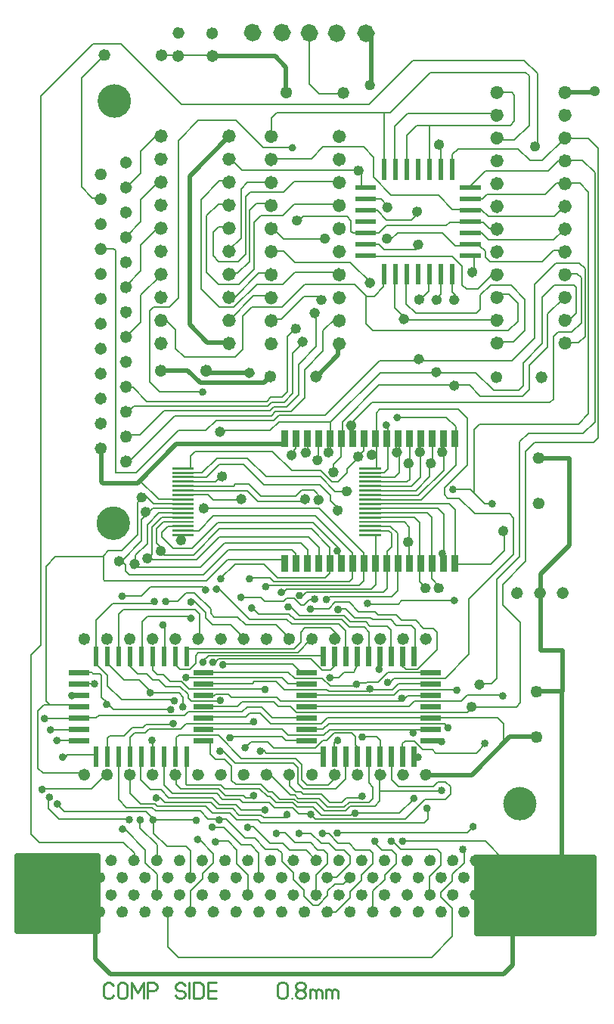
<source format=gbr>
%TF.GenerationSoftware,KiCad,Pcbnew,(6.0.2)*%
%TF.CreationDate,2022-07-19T18:31:23-05:00*%
%TF.ProjectId,PXT6-3,50585436-2d33-42e6-9b69-6361645f7063,rev?*%
%TF.SameCoordinates,Original*%
%TF.FileFunction,Copper,L1,Top*%
%TF.FilePolarity,Positive*%
%FSLAX46Y46*%
G04 Gerber Fmt 4.6, Leading zero omitted, Abs format (unit mm)*
G04 Created by KiCad (PCBNEW (6.0.2)) date 2022-07-19 18:31:23*
%MOMM*%
%LPD*%
G01*
G04 APERTURE LIST*
%TA.AperFunction,NonConductor*%
%ADD10C,0.200000*%
%TD*%
%TA.AperFunction,NonConductor*%
%ADD11C,0.675000*%
%TD*%
%TA.AperFunction,NonConductor*%
%ADD12C,0.695000*%
%TD*%
%TA.AperFunction,NonConductor*%
%ADD13C,0.000000*%
%TD*%
%TA.AperFunction,NonConductor*%
%ADD14C,0.575000*%
%TD*%
%TA.AperFunction,NonConductor*%
%ADD15C,0.635000*%
%TD*%
%TA.AperFunction,NonConductor*%
%ADD16C,0.750000*%
%TD*%
%TA.AperFunction,NonConductor*%
%ADD17C,2.080000*%
%TD*%
%TA.AperFunction,NonConductor*%
%ADD18C,0.435000*%
%TD*%
%TA.AperFunction,NonConductor*%
%ADD19C,0.975000*%
%TD*%
%TA.AperFunction,NonConductor*%
%ADD20C,1.900000*%
%TD*%
%TA.AperFunction,NonConductor*%
%ADD21C,1.885000*%
%TD*%
%TA.AperFunction,ViaPad*%
%ADD22C,0.600010*%
%TD*%
%TA.AperFunction,ViaPad*%
%ADD23C,1.000010*%
%TD*%
%TA.AperFunction,ViaPad*%
%ADD24C,0.910010*%
%TD*%
%TA.AperFunction,ViaPad*%
%ADD25C,0.900010*%
%TD*%
%TA.AperFunction,ViaPad*%
%ADD26C,0.550010*%
%TD*%
%TA.AperFunction,ViaPad*%
%ADD27C,1.350010*%
%TD*%
%TA.AperFunction,ViaPad*%
%ADD28C,0.950010*%
%TD*%
%TA.AperFunction,ViaPad*%
%ADD29C,0.870000*%
%TD*%
%TA.AperFunction,ViaPad*%
%ADD30C,3.160010*%
%TD*%
%TA.AperFunction,ViaPad*%
%ADD31C,3.140010*%
%TD*%
%TA.AperFunction,Conductor*%
%ADD32C,0.200000*%
%TD*%
%TA.AperFunction,Conductor*%
%ADD33C,0.500000*%
%TD*%
%TA.AperFunction,Conductor*%
%ADD34C,0.222000*%
%TD*%
G04 APERTURE END LIST*
D10*
X145481000Y-115215000D02*
X145904000Y-114320000D01*
X144338000Y-115215000D02*
X145481000Y-115215000D01*
X143786000Y-115822000D02*
X144338000Y-115215000D01*
X142829000Y-115822000D02*
X143786000Y-115822000D01*
D11*
X120713450Y-126680700D02*
G75*
G03*
X120713450Y-126680700I-337500J0D01*
G01*
X115613450Y-126680700D02*
G75*
G03*
X115613450Y-126680700I-337500J0D01*
G01*
D12*
X117474750Y-70624100D02*
G75*
G03*
X117474750Y-70624100I-347500J0D01*
G01*
D13*
G36*
X142306050Y-125800100D02*
G01*
X141746050Y-125800100D01*
X141746050Y-123550100D01*
X142306050Y-123550100D01*
X142306050Y-125800100D01*
G37*
D14*
X140368150Y-90631900D02*
G75*
G03*
X140368150Y-90631900I-287500J0D01*
G01*
X139375950Y-64636600D02*
G75*
G03*
X139375950Y-64636600I-287500J0D01*
G01*
D15*
X136459750Y-140134700D02*
G75*
G03*
X136459750Y-140134700I-317500J0D01*
G01*
D16*
X136587550Y-57801900D02*
G75*
G03*
X136587550Y-57801900I-375000J0D01*
G01*
D14*
X154377850Y-91822600D02*
G75*
G03*
X154377850Y-91822600I-287500J0D01*
G01*
D15*
X147900050Y-142039700D02*
G75*
G03*
X147900050Y-142039700I-317500J0D01*
G01*
D17*
X165091950Y-139407900D02*
G75*
G03*
X165091950Y-139407900I-1040000J0D01*
G01*
D11*
X141113450Y-126680700D02*
G75*
G03*
X141113450Y-126680700I-337500J0D01*
G01*
D13*
G36*
X120676350Y-114570100D02*
G01*
X120116350Y-114570100D01*
X120116350Y-112320100D01*
X120676350Y-112320100D01*
X120676350Y-114570100D01*
G37*
D18*
X119779750Y-132780000D02*
G75*
G03*
X119779750Y-132780000I-217500J0D01*
G01*
D19*
X147315050Y-43681600D02*
G75*
G03*
X147315050Y-43681600I-487500J0D01*
G01*
D18*
X126526650Y-119087900D02*
G75*
G03*
X126526650Y-119087900I-217500J0D01*
G01*
X130177850Y-134208800D02*
G75*
G03*
X130177850Y-134208800I-217500J0D01*
G01*
D15*
X121159750Y-140134700D02*
G75*
G03*
X121159750Y-140134700I-317500J0D01*
G01*
D18*
X122875350Y-117500400D02*
G75*
G03*
X122875350Y-117500400I-217500J0D01*
G01*
D12*
X120298450Y-77678500D02*
G75*
G03*
X120298450Y-77678500I-347500J0D01*
G01*
D18*
X128034750Y-131787900D02*
G75*
G03*
X128034750Y-131787900I-217500J0D01*
G01*
D13*
G36*
X144464150Y-103956900D02*
G01*
X143714150Y-103956900D01*
X143714150Y-102096900D01*
X144464150Y-102096900D01*
X144464150Y-103956900D01*
G37*
D18*
X145973450Y-116547900D02*
G75*
G03*
X145973450Y-116547900I-217500J0D01*
G01*
X159030650Y-132502200D02*
G75*
G03*
X159030650Y-132502200I-217500J0D01*
G01*
D13*
G36*
X148274150Y-89986900D02*
G01*
X147524150Y-89986900D01*
X147524150Y-88126900D01*
X148274150Y-88126900D01*
X148274150Y-89986900D01*
G37*
G36*
X142306050Y-114570100D02*
G01*
X141746050Y-114570100D01*
X141746050Y-112320100D01*
X142306050Y-112320100D01*
X142306050Y-114570100D01*
G37*
G36*
X127530950Y-92998800D02*
G01*
X125130950Y-92998800D01*
X125130950Y-92748800D01*
X127530950Y-92748800D01*
X127530950Y-92998800D01*
G37*
G36*
X148480950Y-93498800D02*
G01*
X146080950Y-93498800D01*
X146080950Y-93248800D01*
X148480950Y-93248800D01*
X148480950Y-93498800D01*
G37*
G36*
X150814150Y-103956900D02*
G01*
X150064150Y-103956900D01*
X150064150Y-102096900D01*
X150814150Y-102096900D01*
X150814150Y-103956900D01*
G37*
D11*
X117875650Y-46102600D02*
G75*
G03*
X117875650Y-46102600I-337500J0D01*
G01*
D13*
G36*
X143194150Y-89986900D02*
G01*
X142444150Y-89986900D01*
X142444150Y-88126900D01*
X143194150Y-88126900D01*
X143194150Y-89986900D01*
G37*
D18*
X130773150Y-104760700D02*
G75*
G03*
X130773150Y-104760700I-217500J0D01*
G01*
D14*
X145448150Y-87576000D02*
G75*
G03*
X145448150Y-87576000I-287500J0D01*
G01*
X142511250Y-66660700D02*
G75*
G03*
X142511250Y-66660700I-287500J0D01*
G01*
D13*
G36*
X147962150Y-63777600D02*
G01*
X145662150Y-63777600D01*
X145662150Y-63217600D01*
X147962150Y-63217600D01*
X147962150Y-63777600D01*
G37*
G36*
X127026350Y-125800100D02*
G01*
X126466350Y-125800100D01*
X126466350Y-123550100D01*
X127026350Y-123550100D01*
X127026350Y-125800100D01*
G37*
D14*
X156997250Y-83131000D02*
G75*
G03*
X156997250Y-83131000I-287500J0D01*
G01*
D18*
X151053450Y-118135400D02*
G75*
G03*
X151053450Y-118135400I-217500J0D01*
G01*
D13*
G36*
X148480950Y-95498800D02*
G01*
X146080950Y-95498800D01*
X146080950Y-95248800D01*
X148480950Y-95248800D01*
X148480950Y-95498800D01*
G37*
D11*
X169191650Y-106348200D02*
G75*
G03*
X169191650Y-106348200I-337500J0D01*
G01*
D16*
X136587550Y-68121900D02*
G75*
G03*
X136587550Y-68121900I-375000J0D01*
G01*
D18*
X152402850Y-129327200D02*
G75*
G03*
X152402850Y-129327200I-217500J0D01*
G01*
X143830350Y-133216600D02*
G75*
G03*
X143830350Y-133216600I-217500J0D01*
G01*
D14*
X142114450Y-73526600D02*
G75*
G03*
X142114450Y-73526600I-287500J0D01*
G01*
D12*
X117474750Y-81784100D02*
G75*
G03*
X117474750Y-81784100I-347500J0D01*
G01*
D16*
X131864750Y-70662200D02*
G75*
G03*
X131864750Y-70662200I-375000J0D01*
G01*
D13*
G36*
X153354150Y-103956900D02*
G01*
X152604150Y-103956900D01*
X152604150Y-102096900D01*
X153354150Y-102096900D01*
X153354150Y-103956900D01*
G37*
D16*
X161862550Y-75806600D02*
G75*
G03*
X161862550Y-75806600I-375000J0D01*
G01*
D15*
X158100050Y-138190000D02*
G75*
G03*
X158100050Y-138190000I-317500J0D01*
G01*
D16*
X161862550Y-70706600D02*
G75*
G03*
X161862550Y-70706600I-375000J0D01*
G01*
D13*
G36*
X147962150Y-62507600D02*
G01*
X145662150Y-62507600D01*
X145662150Y-61947600D01*
X147962150Y-61947600D01*
X147962150Y-62507600D01*
G37*
G36*
X115841350Y-120610100D02*
G01*
X113591350Y-120610100D01*
X113591350Y-120050100D01*
X115841350Y-120050100D01*
X115841350Y-120610100D01*
G37*
G36*
X141281050Y-119340100D02*
G01*
X139031050Y-119340100D01*
X139031050Y-118780100D01*
X141281050Y-118780100D01*
X141281050Y-119340100D01*
G37*
D18*
X150537550Y-86702900D02*
G75*
G03*
X150537550Y-86702900I-217500J0D01*
G01*
D13*
G36*
X156752150Y-60067600D02*
G01*
X156192150Y-60067600D01*
X156192150Y-57767600D01*
X156752150Y-57767600D01*
X156752150Y-60067600D01*
G37*
D16*
X161862550Y-52856600D02*
G75*
G03*
X161862550Y-52856600I-375000J0D01*
G01*
D18*
X123073850Y-122818500D02*
G75*
G03*
X123073850Y-122818500I-217500J0D01*
G01*
D14*
X134057850Y-81702200D02*
G75*
G03*
X134057850Y-81702200I-287500J0D01*
G01*
D18*
X128788850Y-114087200D02*
G75*
G03*
X128788850Y-114087200I-217500J0D01*
G01*
X117993850Y-118810000D02*
G75*
G03*
X117993850Y-118810000I-217500J0D01*
G01*
D11*
X146213450Y-126680700D02*
G75*
G03*
X146213450Y-126680700I-337500J0D01*
G01*
D18*
X139583850Y-106626000D02*
G75*
G03*
X139583850Y-106626000I-217500J0D01*
G01*
D16*
X169482550Y-63056600D02*
G75*
G03*
X169482550Y-63056600I-375000J0D01*
G01*
D15*
X118609750Y-136285000D02*
G75*
G03*
X118609750Y-136285000I-317500J0D01*
G01*
X132600050Y-138190000D02*
G75*
G03*
X132600050Y-138190000I-317500J0D01*
G01*
D13*
G36*
X129741350Y-120610100D02*
G01*
X127491350Y-120610100D01*
X127491350Y-120050100D01*
X129741350Y-120050100D01*
X129741350Y-120610100D01*
G37*
D11*
X125813450Y-111480400D02*
G75*
G03*
X125813450Y-111480400I-337500J0D01*
G01*
D15*
X122400050Y-138190000D02*
G75*
G03*
X122400050Y-138190000I-317500J0D01*
G01*
D13*
G36*
X127530950Y-96998800D02*
G01*
X125130950Y-96998800D01*
X125130950Y-96748800D01*
X127530950Y-96748800D01*
X127530950Y-96998800D01*
G37*
G36*
X153354150Y-89986900D02*
G01*
X152604150Y-89986900D01*
X152604150Y-88126900D01*
X153354150Y-88126900D01*
X153354150Y-89986900D01*
G37*
G36*
X116866350Y-114570100D02*
G01*
X116306350Y-114570100D01*
X116306350Y-112320100D01*
X116866350Y-112320100D01*
X116866350Y-114570100D01*
G37*
G36*
X155894150Y-89986900D02*
G01*
X155144150Y-89986900D01*
X155144150Y-88126900D01*
X155894150Y-88126900D01*
X155894150Y-89986900D01*
G37*
G36*
X151196050Y-125800100D02*
G01*
X150636050Y-125800100D01*
X150636050Y-123550100D01*
X151196050Y-123550100D01*
X151196050Y-125800100D01*
G37*
D18*
X138790050Y-56500700D02*
G75*
G03*
X138790050Y-56500700I-217500J0D01*
G01*
D13*
G36*
X147004150Y-103956900D02*
G01*
X146254150Y-103956900D01*
X146254150Y-102096900D01*
X147004150Y-102096900D01*
X147004150Y-103956900D01*
G37*
G36*
X148480950Y-97498800D02*
G01*
X146080950Y-97498800D01*
X146080950Y-97248800D01*
X148480950Y-97248800D01*
X148480950Y-97498800D01*
G37*
D18*
X156212850Y-121429400D02*
G75*
G03*
X156212850Y-121429400I-217500J0D01*
G01*
D16*
X131864750Y-78402200D02*
G75*
G03*
X131864750Y-78402200I-375000J0D01*
G01*
D18*
X131805050Y-122540700D02*
G75*
G03*
X131805050Y-122540700I-217500J0D01*
G01*
D16*
X131864750Y-55182200D02*
G75*
G03*
X131864750Y-55182200I-375000J0D01*
G01*
D15*
X156859750Y-136285000D02*
G75*
G03*
X156859750Y-136285000I-317500J0D01*
G01*
D16*
X131864750Y-60342200D02*
G75*
G03*
X131864750Y-60342200I-375000J0D01*
G01*
D13*
G36*
X148480950Y-96498800D02*
G01*
X146080950Y-96498800D01*
X146080950Y-96248800D01*
X148480950Y-96248800D01*
X148480950Y-96498800D01*
G37*
D14*
X141796950Y-95910400D02*
G75*
G03*
X141796950Y-95910400I-287500J0D01*
G01*
D13*
G36*
X157164150Y-89986900D02*
G01*
X156414150Y-89986900D01*
X156414150Y-88126900D01*
X157164150Y-88126900D01*
X157164150Y-89986900D01*
G37*
G36*
X155482150Y-71767600D02*
G01*
X154922150Y-71767600D01*
X154922150Y-69467600D01*
X155482150Y-69467600D01*
X155482150Y-71767600D01*
G37*
G36*
X159662150Y-63777600D02*
G01*
X157362150Y-63777600D01*
X157362150Y-63217600D01*
X159662150Y-63217600D01*
X159662150Y-63777600D01*
G37*
D14*
X131001950Y-93291000D02*
G75*
G03*
X131001950Y-93291000I-287500J0D01*
G01*
D11*
X136449450Y-82099100D02*
G75*
G03*
X136449450Y-82099100I-337500J0D01*
G01*
D16*
X169482550Y-50306600D02*
G75*
G03*
X169482550Y-50306600I-375000J0D01*
G01*
D14*
X150567850Y-90592200D02*
G75*
G03*
X150567850Y-90592200I-287500J0D01*
G01*
D18*
X135813450Y-105633800D02*
G75*
G03*
X135813450Y-105633800I-217500J0D01*
G01*
D13*
G36*
X129741350Y-118070100D02*
G01*
X127491350Y-118070100D01*
X127491350Y-117510100D01*
X129741350Y-117510100D01*
X129741350Y-118070100D01*
G37*
D15*
X145350050Y-138190000D02*
G75*
G03*
X145350050Y-138190000I-317500J0D01*
G01*
X151759750Y-140134700D02*
G75*
G03*
X151759750Y-140134700I-317500J0D01*
G01*
D18*
X121764150Y-131748200D02*
G75*
G03*
X121764150Y-131748200I-217500J0D01*
G01*
D17*
X113061650Y-139169700D02*
G75*
G03*
X113061650Y-139169700I-1040000J0D01*
G01*
D20*
X119480350Y-98529700D02*
G75*
G03*
X119480350Y-98529700I-950000J0D01*
G01*
D14*
X130763850Y-88290400D02*
G75*
G03*
X130763850Y-88290400I-287500J0D01*
G01*
D16*
X144207550Y-55221900D02*
G75*
G03*
X144207550Y-55221900I-375000J0D01*
G01*
X131864750Y-65502200D02*
G75*
G03*
X131864750Y-65502200I-375000J0D01*
G01*
X144207550Y-65541900D02*
G75*
G03*
X144207550Y-65541900I-375000J0D01*
G01*
X136587550Y-65541900D02*
G75*
G03*
X136587550Y-65541900I-375000J0D01*
G01*
D15*
X130050050Y-138190000D02*
G75*
G03*
X130050050Y-138190000I-317500J0D01*
G01*
D13*
G36*
X148480950Y-92998800D02*
G01*
X146080950Y-92998800D01*
X146080950Y-92748800D01*
X148480950Y-92748800D01*
X148480950Y-92998800D01*
G37*
G36*
X123216350Y-125800100D02*
G01*
X122656350Y-125800100D01*
X122656350Y-123550100D01*
X123216350Y-123550100D01*
X123216350Y-125800100D01*
G37*
D12*
X117474750Y-67834100D02*
G75*
G03*
X117474750Y-67834100I-347500J0D01*
G01*
D19*
X140965050Y-43641900D02*
G75*
G03*
X140965050Y-43641900I-487500J0D01*
G01*
D18*
X111048450Y-120397600D02*
G75*
G03*
X111048450Y-120397600I-217500J0D01*
G01*
X157879750Y-135042200D02*
G75*
G03*
X157879750Y-135042200I-217500J0D01*
G01*
D13*
G36*
X147962150Y-68857600D02*
G01*
X145662150Y-68857600D01*
X145662150Y-68297600D01*
X147962150Y-68297600D01*
X147962150Y-68857600D01*
G37*
D11*
X164071950Y-106348200D02*
G75*
G03*
X164071950Y-106348200I-337500J0D01*
G01*
D13*
G36*
X127530950Y-98498800D02*
G01*
X125130950Y-98498800D01*
X125130950Y-98248800D01*
X127530950Y-98248800D01*
X127530950Y-98498800D01*
G37*
D16*
X169482550Y-75806600D02*
G75*
G03*
X169482550Y-75806600I-375000J0D01*
G01*
X124244750Y-75822200D02*
G75*
G03*
X124244750Y-75822200I-375000J0D01*
G01*
D18*
X143870050Y-122858200D02*
G75*
G03*
X143870050Y-122858200I-217500J0D01*
G01*
D13*
G36*
X152942150Y-60067600D02*
G01*
X152382150Y-60067600D01*
X152382150Y-57767600D01*
X152942150Y-57767600D01*
X152942150Y-60067600D01*
G37*
D16*
X161862550Y-65606600D02*
G75*
G03*
X161862550Y-65606600I-375000J0D01*
G01*
D13*
G36*
X155181050Y-119340100D02*
G01*
X152931050Y-119340100D01*
X152931050Y-118780100D01*
X155181050Y-118780100D01*
X155181050Y-119340100D01*
G37*
D18*
X133987850Y-104760700D02*
G75*
G03*
X133987850Y-104760700I-217500J0D01*
G01*
D15*
X121159750Y-136285000D02*
G75*
G03*
X121159750Y-136285000I-317500J0D01*
G01*
D13*
G36*
X118136350Y-114570100D02*
G01*
X117576350Y-114570100D01*
X117576350Y-112320100D01*
X118136350Y-112320100D01*
X118136350Y-114570100D01*
G37*
G36*
X147386050Y-125800100D02*
G01*
X146826050Y-125800100D01*
X146826050Y-123550100D01*
X147386050Y-123550100D01*
X147386050Y-125800100D01*
G37*
G36*
X154212150Y-71767600D02*
G01*
X153652150Y-71767600D01*
X153652150Y-69467600D01*
X154212150Y-69467600D01*
X154212150Y-71767600D01*
G37*
D16*
X169482550Y-60506600D02*
G75*
G03*
X169482550Y-60506600I-375000J0D01*
G01*
D13*
G36*
X149926050Y-125800100D02*
G01*
X149366050Y-125800100D01*
X149366050Y-123550100D01*
X149926050Y-123550100D01*
X149926050Y-125800100D01*
G37*
G36*
X123216350Y-114570100D02*
G01*
X122656350Y-114570100D01*
X122656350Y-112320100D01*
X123216350Y-112320100D01*
X123216350Y-114570100D01*
G37*
D11*
X141569150Y-82099100D02*
G75*
G03*
X141569150Y-82099100I-337500J0D01*
G01*
D15*
X123709750Y-136285000D02*
G75*
G03*
X123709750Y-136285000I-317500J0D01*
G01*
D13*
G36*
X115841350Y-121880100D02*
G01*
X113591350Y-121880100D01*
X113591350Y-121320100D01*
X115841350Y-121320100D01*
X115841350Y-121880100D01*
G37*
D18*
X124304150Y-109920000D02*
G75*
G03*
X124304150Y-109920000I-217500J0D01*
G01*
D13*
G36*
X155181050Y-120610100D02*
G01*
X152931050Y-120610100D01*
X152931050Y-120050100D01*
X155181050Y-120050100D01*
X155181050Y-120610100D01*
G37*
D18*
X130614450Y-131748200D02*
G75*
G03*
X130614450Y-131748200I-217500J0D01*
G01*
D11*
X130913450Y-111480400D02*
G75*
G03*
X130913450Y-111480400I-337500J0D01*
G01*
D16*
X124244750Y-68082200D02*
G75*
G03*
X124244750Y-68082200I-375000J0D01*
G01*
D14*
X159815050Y-116587600D02*
G75*
G03*
X159815050Y-116587600I-287500J0D01*
G01*
D13*
G36*
X150814150Y-89986900D02*
G01*
X150064150Y-89986900D01*
X150064150Y-88126900D01*
X150814150Y-88126900D01*
X150814150Y-89986900D01*
G37*
G36*
X147962150Y-61237600D02*
G01*
X145662150Y-61237600D01*
X145662150Y-60677600D01*
X147962150Y-60677600D01*
X147962150Y-61237600D01*
G37*
D18*
X129820650Y-132541900D02*
G75*
G03*
X129820650Y-132541900I-217500J0D01*
G01*
X126883850Y-115793800D02*
G75*
G03*
X126883850Y-115793800I-217500J0D01*
G01*
D14*
X149496250Y-63168200D02*
G75*
G03*
X149496250Y-63168200I-287500J0D01*
G01*
D13*
G36*
X127530950Y-94498800D02*
G01*
X125130950Y-94498800D01*
X125130950Y-94248800D01*
X127530950Y-94248800D01*
X127530950Y-94498800D01*
G37*
D18*
X119740050Y-106705400D02*
G75*
G03*
X119740050Y-106705400I-217500J0D01*
G01*
D16*
X169482550Y-52856600D02*
G75*
G03*
X169482550Y-52856600I-375000J0D01*
G01*
D14*
X121199150Y-103093800D02*
G75*
G03*
X121199150Y-103093800I-287500J0D01*
G01*
D11*
X124265350Y-46142200D02*
G75*
G03*
X124265350Y-46142200I-337500J0D01*
G01*
D15*
X131359750Y-140134700D02*
G75*
G03*
X131359750Y-140134700I-317500J0D01*
G01*
D11*
X128363450Y-111480400D02*
G75*
G03*
X128363450Y-111480400I-337500J0D01*
G01*
X161770050Y-82178500D02*
G75*
G03*
X161770050Y-82178500I-337500J0D01*
G01*
D13*
G36*
X127530950Y-97998800D02*
G01*
X125130950Y-97998800D01*
X125130950Y-97748800D01*
X127530950Y-97748800D01*
X127530950Y-97998800D01*
G37*
D11*
X126130650Y-46221600D02*
G75*
G03*
X126130650Y-46221600I-337500J0D01*
G01*
D18*
X157205050Y-117222600D02*
G75*
G03*
X157205050Y-117222600I-217500J0D01*
G01*
X134464150Y-120754700D02*
G75*
G03*
X134464150Y-120754700I-217500J0D01*
G01*
D11*
X118163450Y-111480400D02*
G75*
G03*
X118163450Y-111480400I-337500J0D01*
G01*
D18*
X110770650Y-128335000D02*
G75*
G03*
X110770650Y-128335000I-217500J0D01*
G01*
D14*
X142908150Y-90592200D02*
G75*
G03*
X142908150Y-90592200I-287500J0D01*
G01*
D15*
X153000050Y-142039700D02*
G75*
G03*
X153000050Y-142039700I-317500J0D01*
G01*
D18*
X140853850Y-131113200D02*
G75*
G03*
X140853850Y-131113200I-217500J0D01*
G01*
D16*
X124244750Y-73242200D02*
G75*
G03*
X124244750Y-73242200I-375000J0D01*
G01*
D18*
X138194750Y-131152900D02*
G75*
G03*
X138194750Y-131152900I-217500J0D01*
G01*
D11*
X129980350Y-46221600D02*
G75*
G03*
X129980350Y-46221600I-337500J0D01*
G01*
D16*
X136587550Y-60381900D02*
G75*
G03*
X136587550Y-60381900I-375000J0D01*
G01*
D18*
X124621650Y-107300700D02*
G75*
G03*
X124621650Y-107300700I-217500J0D01*
G01*
D14*
X147750050Y-90870000D02*
G75*
G03*
X147750050Y-90870000I-287500J0D01*
G01*
D12*
X120298450Y-91628500D02*
G75*
G03*
X120298450Y-91628500I-347500J0D01*
G01*
D15*
X119850050Y-142039700D02*
G75*
G03*
X119850050Y-142039700I-317500J0D01*
G01*
X127500050Y-138190000D02*
G75*
G03*
X127500050Y-138190000I-317500J0D01*
G01*
D14*
X155290650Y-56143500D02*
G75*
G03*
X155290650Y-56143500I-287500J0D01*
G01*
D18*
X129066650Y-105991000D02*
G75*
G03*
X129066650Y-105991000I-217500J0D01*
G01*
X140814150Y-108134100D02*
G75*
G03*
X140814150Y-108134100I-217500J0D01*
G01*
X155498450Y-122977200D02*
G75*
G03*
X155498450Y-122977200I-217500J0D01*
G01*
D13*
G36*
X120676350Y-125800100D02*
G01*
X120116350Y-125800100D01*
X120116350Y-123550100D01*
X120676350Y-123550100D01*
X120676350Y-125800100D01*
G37*
G36*
X115841350Y-123150100D02*
G01*
X113591350Y-123150100D01*
X113591350Y-122590100D01*
X115841350Y-122590100D01*
X115841350Y-123150100D01*
G37*
D16*
X161862550Y-55406600D02*
G75*
G03*
X161862550Y-55406600I-375000J0D01*
G01*
D13*
G36*
X148480950Y-98998800D02*
G01*
X146080950Y-98998800D01*
X146080950Y-98748800D01*
X148480950Y-98748800D01*
X148480950Y-98998800D01*
G37*
D15*
X127500050Y-142039700D02*
G75*
G03*
X127500050Y-142039700I-317500J0D01*
G01*
D18*
X133035350Y-106824400D02*
G75*
G03*
X133035350Y-106824400I-217500J0D01*
G01*
D13*
G36*
X127530950Y-98998800D02*
G01*
X125130950Y-98998800D01*
X125130950Y-98748800D01*
X127530950Y-98748800D01*
X127530950Y-98998800D01*
G37*
D11*
X125813450Y-126680700D02*
G75*
G03*
X125813450Y-126680700I-337500J0D01*
G01*
D13*
G36*
X145734150Y-103956900D02*
G01*
X144984150Y-103956900D01*
X144984150Y-102096900D01*
X145734150Y-102096900D01*
X145734150Y-103956900D01*
G37*
D15*
X158100050Y-142039700D02*
G75*
G03*
X158100050Y-142039700I-317500J0D01*
G01*
D12*
X117474750Y-84574100D02*
G75*
G03*
X117474750Y-84574100I-347500J0D01*
G01*
D13*
G36*
X127026350Y-114570100D02*
G01*
X126466350Y-114570100D01*
X126466350Y-112320100D01*
X127026350Y-112320100D01*
X127026350Y-114570100D01*
G37*
D18*
X134225950Y-108015000D02*
G75*
G03*
X134225950Y-108015000I-217500J0D01*
G01*
D15*
X139009750Y-140134700D02*
G75*
G03*
X139009750Y-140134700I-317500J0D01*
G01*
D11*
X138563450Y-126680700D02*
G75*
G03*
X138563450Y-126680700I-337500J0D01*
G01*
D15*
X124950050Y-142039700D02*
G75*
G03*
X124950050Y-142039700I-317500J0D01*
G01*
D11*
X120713450Y-111480400D02*
G75*
G03*
X120713450Y-111480400I-337500J0D01*
G01*
D16*
X161862550Y-73256600D02*
G75*
G03*
X161862550Y-73256600I-375000J0D01*
G01*
D15*
X117300050Y-138190000D02*
G75*
G03*
X117300050Y-138190000I-317500J0D01*
G01*
D16*
X124244750Y-60342200D02*
G75*
G03*
X124244750Y-60342200I-375000J0D01*
G01*
D13*
G36*
X140654150Y-103956900D02*
G01*
X139904150Y-103956900D01*
X139904150Y-102096900D01*
X140654150Y-102096900D01*
X140654150Y-103956900D01*
G37*
D18*
X149307250Y-87536300D02*
G75*
G03*
X149307250Y-87536300I-217500J0D01*
G01*
D14*
X143463850Y-92814700D02*
G75*
G03*
X143463850Y-92814700I-287500J0D01*
G01*
D16*
X124244750Y-55182200D02*
G75*
G03*
X124244750Y-55182200I-375000J0D01*
G01*
D13*
G36*
X115841350Y-116800100D02*
G01*
X113591350Y-116800100D01*
X113591350Y-116240100D01*
X115841350Y-116240100D01*
X115841350Y-116800100D01*
G37*
D11*
X166254750Y-122461300D02*
G75*
G03*
X166254750Y-122461300I-337500J0D01*
G01*
D13*
G36*
X148480950Y-94498800D02*
G01*
X146080950Y-94498800D01*
X146080950Y-94248800D01*
X148480950Y-94248800D01*
X148480950Y-94498800D01*
G37*
G36*
X125756350Y-114570100D02*
G01*
X125196350Y-114570100D01*
X125196350Y-112320100D01*
X125756350Y-112320100D01*
X125756350Y-114570100D01*
G37*
G36*
X149544150Y-103956900D02*
G01*
X148794150Y-103956900D01*
X148794150Y-102096900D01*
X149544150Y-102096900D01*
X149544150Y-103956900D01*
G37*
D14*
X124135950Y-101625400D02*
G75*
G03*
X124135950Y-101625400I-287500J0D01*
G01*
D18*
X129900050Y-114087200D02*
G75*
G03*
X129900050Y-114087200I-217500J0D01*
G01*
X152323450Y-121985000D02*
G75*
G03*
X152323450Y-121985000I-217500J0D01*
G01*
D13*
G36*
X152084150Y-89986900D02*
G01*
X151334150Y-89986900D01*
X151334150Y-88126900D01*
X152084150Y-88126900D01*
X152084150Y-89986900D01*
G37*
G36*
X148480950Y-96998800D02*
G01*
X146080950Y-96998800D01*
X146080950Y-96748800D01*
X148480950Y-96748800D01*
X148480950Y-96998800D01*
G37*
D16*
X131864750Y-57762200D02*
G75*
G03*
X131864750Y-57762200I-375000J0D01*
G01*
D18*
X141290350Y-107022900D02*
G75*
G03*
X141290350Y-107022900I-217500J0D01*
G01*
D11*
X128363450Y-126680700D02*
G75*
G03*
X128363450Y-126680700I-337500J0D01*
G01*
D15*
X156859750Y-140134700D02*
G75*
G03*
X156859750Y-140134700I-317500J0D01*
G01*
D13*
G36*
X116866350Y-125800100D02*
G01*
X116306350Y-125800100D01*
X116306350Y-123550100D01*
X116866350Y-123550100D01*
X116866350Y-125800100D01*
G37*
D15*
X124950050Y-138190000D02*
G75*
G03*
X124950050Y-138190000I-317500J0D01*
G01*
X130050050Y-142039700D02*
G75*
G03*
X130050050Y-142039700I-317500J0D01*
G01*
D18*
X111604150Y-129208200D02*
G75*
G03*
X111604150Y-129208200I-217500J0D01*
G01*
D15*
X151759750Y-136285000D02*
G75*
G03*
X151759750Y-136285000I-317500J0D01*
G01*
D18*
X133789450Y-132581600D02*
G75*
G03*
X133789450Y-132581600I-217500J0D01*
G01*
D16*
X144207550Y-60381900D02*
G75*
G03*
X144207550Y-60381900I-375000J0D01*
G01*
D18*
X130733450Y-118373500D02*
G75*
G03*
X130733450Y-118373500I-217500J0D01*
G01*
D13*
G36*
X149132150Y-71767600D02*
G01*
X148572150Y-71767600D01*
X148572150Y-69467600D01*
X149132150Y-69467600D01*
X149132150Y-71767600D01*
G37*
D12*
X120298450Y-80468500D02*
G75*
G03*
X120298450Y-80468500I-347500J0D01*
G01*
D13*
G36*
X149132150Y-60067600D02*
G01*
X148572150Y-60067600D01*
X148572150Y-57767600D01*
X149132150Y-57767600D01*
X149132150Y-60067600D01*
G37*
D18*
X156927250Y-107181600D02*
G75*
G03*
X156927250Y-107181600I-217500J0D01*
G01*
D13*
G36*
X124486350Y-125800100D02*
G01*
X123926350Y-125800100D01*
X123926350Y-123550100D01*
X124486350Y-123550100D01*
X124486350Y-125800100D01*
G37*
G36*
X155181050Y-116800100D02*
G01*
X152931050Y-116800100D01*
X152931050Y-116240100D01*
X155181050Y-116240100D01*
X155181050Y-116800100D01*
G37*
D14*
X141360350Y-74995000D02*
G75*
G03*
X141360350Y-74995000I-287500J0D01*
G01*
X153782550Y-105792600D02*
G75*
G03*
X153782550Y-105792600I-287500J0D01*
G01*
D12*
X120298450Y-69308500D02*
G75*
G03*
X120298450Y-69308500I-347500J0D01*
G01*
D18*
X125574150Y-118413200D02*
G75*
G03*
X125574150Y-118413200I-217500J0D01*
G01*
D12*
X117474750Y-87364100D02*
G75*
G03*
X117474750Y-87364100I-347500J0D01*
G01*
D11*
X133463450Y-111480400D02*
G75*
G03*
X133463450Y-111480400I-337500J0D01*
G01*
D13*
G36*
X155181050Y-123150100D02*
G01*
X152931050Y-123150100D01*
X152931050Y-122590100D01*
X155181050Y-122590100D01*
X155181050Y-123150100D01*
G37*
D18*
X127439450Y-109166000D02*
G75*
G03*
X127439450Y-109166000I-217500J0D01*
G01*
D11*
X148763450Y-111480400D02*
G75*
G03*
X148763450Y-111480400I-337500J0D01*
G01*
D16*
X136587550Y-62961900D02*
G75*
G03*
X136587550Y-62961900I-375000J0D01*
G01*
D14*
X128938150Y-96862900D02*
G75*
G03*
X128938150Y-96862900I-287500J0D01*
G01*
D15*
X135150050Y-142039700D02*
G75*
G03*
X135150050Y-142039700I-317500J0D01*
G01*
D16*
X131864750Y-62922200D02*
G75*
G03*
X131864750Y-62922200I-375000J0D01*
G01*
D12*
X120298450Y-74888500D02*
G75*
G03*
X120298450Y-74888500I-347500J0D01*
G01*
D15*
X123709750Y-140134700D02*
G75*
G03*
X123709750Y-140134700I-317500J0D01*
G01*
D12*
X120298450Y-86048500D02*
G75*
G03*
X120298450Y-86048500I-347500J0D01*
G01*
D13*
G36*
X129741350Y-115530100D02*
G01*
X127491350Y-115530100D01*
X127491350Y-114970100D01*
X129741350Y-114970100D01*
X129741350Y-115530100D01*
G37*
D15*
X142800050Y-138190000D02*
G75*
G03*
X142800050Y-138190000I-317500J0D01*
G01*
D12*
X120298450Y-63728500D02*
G75*
G03*
X120298450Y-63728500I-347500J0D01*
G01*
D13*
G36*
X121946350Y-125800100D02*
G01*
X121386350Y-125800100D01*
X121386350Y-123550100D01*
X121946350Y-123550100D01*
X121946350Y-125800100D01*
G37*
D11*
X130913450Y-126680700D02*
G75*
G03*
X130913450Y-126680700I-337500J0D01*
G01*
X124185950Y-81464100D02*
G75*
G03*
X124185950Y-81464100I-337500J0D01*
G01*
D16*
X124244750Y-70662200D02*
G75*
G03*
X124244750Y-70662200I-375000J0D01*
G01*
D13*
G36*
X155894150Y-103956900D02*
G01*
X155144150Y-103956900D01*
X155144150Y-102096900D01*
X155894150Y-102096900D01*
X155894150Y-103956900D01*
G37*
G36*
X140654150Y-89986900D02*
G01*
X139904150Y-89986900D01*
X139904150Y-88126900D01*
X140654150Y-88126900D01*
X140654150Y-89986900D01*
G37*
D12*
X117474750Y-78994100D02*
G75*
G03*
X117474750Y-78994100I-347500J0D01*
G01*
D13*
G36*
X141924150Y-103956900D02*
G01*
X141174150Y-103956900D01*
X141174150Y-102096900D01*
X141924150Y-102096900D01*
X141924150Y-103956900D01*
G37*
D15*
X150450050Y-142039700D02*
G75*
G03*
X150450050Y-142039700I-317500J0D01*
G01*
D18*
X112477250Y-129962200D02*
G75*
G03*
X112477250Y-129962200I-217500J0D01*
G01*
D13*
G36*
X143194150Y-103956900D02*
G01*
X142444150Y-103956900D01*
X142444150Y-102096900D01*
X143194150Y-102096900D01*
X143194150Y-103956900D01*
G37*
G36*
X141281050Y-123150100D02*
G01*
X139031050Y-123150100D01*
X139031050Y-122590100D01*
X141281050Y-122590100D01*
X141281050Y-123150100D01*
G37*
G36*
X141281050Y-121880100D02*
G01*
X139031050Y-121880100D01*
X139031050Y-121320100D01*
X141281050Y-121320100D01*
X141281050Y-121880100D01*
G37*
D16*
X144207550Y-78441900D02*
G75*
G03*
X144207550Y-78441900I-375000J0D01*
G01*
D15*
X126259750Y-140134700D02*
G75*
G03*
X126259750Y-140134700I-317500J0D01*
G01*
X140250050Y-138190000D02*
G75*
G03*
X140250050Y-138190000I-317500J0D01*
G01*
D13*
G36*
X146116050Y-125800100D02*
G01*
X145556050Y-125800100D01*
X145556050Y-123550100D01*
X146116050Y-123550100D01*
X146116050Y-125800100D01*
G37*
D12*
X120298450Y-83258500D02*
G75*
G03*
X120298450Y-83258500I-347500J0D01*
G01*
X120298450Y-88838500D02*
G75*
G03*
X120298450Y-88838500I-347500J0D01*
G01*
D18*
X116644450Y-116508200D02*
G75*
G03*
X116644450Y-116508200I-217500J0D01*
G01*
D19*
X134615050Y-43602300D02*
G75*
G03*
X134615050Y-43602300I-487500J0D01*
G01*
D15*
X155550050Y-138190000D02*
G75*
G03*
X155550050Y-138190000I-317500J0D01*
G01*
D13*
G36*
X139384150Y-89986900D02*
G01*
X138634150Y-89986900D01*
X138634150Y-88126900D01*
X139384150Y-88126900D01*
X139384150Y-89986900D01*
G37*
D16*
X136587550Y-70701900D02*
G75*
G03*
X136587550Y-70701900I-375000J0D01*
G01*
D13*
G36*
X148480950Y-99498800D02*
G01*
X146080950Y-99498800D01*
X146080950Y-99248800D01*
X148480950Y-99248800D01*
X148480950Y-99498800D01*
G37*
G36*
X152466050Y-114570100D02*
G01*
X151906050Y-114570100D01*
X151906050Y-112320100D01*
X152466050Y-112320100D01*
X152466050Y-114570100D01*
G37*
D14*
X122627850Y-102458800D02*
G75*
G03*
X122627850Y-102458800I-287500J0D01*
G01*
D11*
X123263450Y-111480400D02*
G75*
G03*
X123263450Y-111480400I-337500J0D01*
G01*
D15*
X144109750Y-136285000D02*
G75*
G03*
X144109750Y-136285000I-317500J0D01*
G01*
D14*
X162474150Y-99402900D02*
G75*
G03*
X162474150Y-99402900I-287500J0D01*
G01*
D13*
G36*
X151672150Y-71767600D02*
G01*
X151112150Y-71767600D01*
X151112150Y-69467600D01*
X151672150Y-69467600D01*
X151672150Y-71767600D01*
G37*
G36*
X127530950Y-97498800D02*
G01*
X125130950Y-97498800D01*
X125130950Y-97248800D01*
X127530950Y-97248800D01*
X127530950Y-97498800D01*
G37*
G36*
X125756350Y-125800100D02*
G01*
X125196350Y-125800100D01*
X125196350Y-123550100D01*
X125756350Y-123550100D01*
X125756350Y-125800100D01*
G37*
D18*
X151132850Y-134129400D02*
G75*
G03*
X151132850Y-134129400I-217500J0D01*
G01*
X147481650Y-117063800D02*
G75*
G03*
X147481650Y-117063800I-217500J0D01*
G01*
X152879150Y-124723500D02*
G75*
G03*
X152879150Y-124723500I-217500J0D01*
G01*
X139544150Y-133256300D02*
G75*
G03*
X139544150Y-133256300I-217500J0D01*
G01*
D16*
X169482550Y-65606600D02*
G75*
G03*
X169482550Y-65606600I-375000J0D01*
G01*
D13*
G36*
X141281050Y-120610100D02*
G01*
X139031050Y-120610100D01*
X139031050Y-120050100D01*
X141281050Y-120050100D01*
X141281050Y-120610100D01*
G37*
D11*
X153863450Y-126680700D02*
G75*
G03*
X153863450Y-126680700I-337500J0D01*
G01*
D15*
X132600050Y-142039700D02*
G75*
G03*
X132600050Y-142039700I-317500J0D01*
G01*
D14*
X154973150Y-81622900D02*
G75*
G03*
X154973150Y-81622900I-287500J0D01*
G01*
D13*
G36*
X147962150Y-65047600D02*
G01*
X145662150Y-65047600D01*
X145662150Y-64487600D01*
X147962150Y-64487600D01*
X147962150Y-65047600D01*
G37*
D19*
X137909150Y-43602200D02*
G75*
G03*
X137909150Y-43602200I-487500J0D01*
G01*
D15*
X149209750Y-136285000D02*
G75*
G03*
X149209750Y-136285000I-317500J0D01*
G01*
D16*
X144207550Y-62961900D02*
G75*
G03*
X144207550Y-62961900I-375000J0D01*
G01*
D14*
X151361650Y-75669700D02*
G75*
G03*
X151361650Y-75669700I-287500J0D01*
G01*
D18*
X142600050Y-107062600D02*
G75*
G03*
X142600050Y-107062600I-217500J0D01*
G01*
D14*
X153068150Y-73486900D02*
G75*
G03*
X153068150Y-73486900I-287500J0D01*
G01*
D15*
X141559750Y-140134700D02*
G75*
G03*
X141559750Y-140134700I-317500J0D01*
G01*
X149209750Y-140134700D02*
G75*
G03*
X149209750Y-140134700I-317500J0D01*
G01*
D16*
X136587550Y-75861900D02*
G75*
G03*
X136587550Y-75861900I-375000J0D01*
G01*
D15*
X146659750Y-140134700D02*
G75*
G03*
X146659750Y-140134700I-317500J0D01*
G01*
D14*
X155647850Y-90552600D02*
G75*
G03*
X155647850Y-90552600I-287500J0D01*
G01*
D15*
X119850050Y-138190000D02*
G75*
G03*
X119850050Y-138190000I-317500J0D01*
G01*
D16*
X136587550Y-78441900D02*
G75*
G03*
X136587550Y-78441900I-375000J0D01*
G01*
D14*
X122429450Y-97259700D02*
G75*
G03*
X122429450Y-97259700I-287500J0D01*
G01*
D13*
G36*
X151672150Y-60067600D02*
G01*
X151112150Y-60067600D01*
X151112150Y-57767600D01*
X151672150Y-57767600D01*
X151672150Y-60067600D01*
G37*
D18*
X146608450Y-129089100D02*
G75*
G03*
X146608450Y-129089100I-217500J0D01*
G01*
D11*
X166492850Y-91227200D02*
G75*
G03*
X166492850Y-91227200I-337500J0D01*
G01*
D14*
X146281650Y-59040700D02*
G75*
G03*
X146281650Y-59040700I-287500J0D01*
G01*
D11*
X143663450Y-126680700D02*
G75*
G03*
X143663450Y-126680700I-337500J0D01*
G01*
D14*
X153028450Y-80154400D02*
G75*
G03*
X153028450Y-80154400I-287500J0D01*
G01*
D13*
G36*
X127530950Y-99998800D02*
G01*
X125130950Y-99998800D01*
X125130950Y-99748800D01*
X127530950Y-99748800D01*
X127530950Y-99998800D01*
G37*
D18*
X148037250Y-134129400D02*
G75*
G03*
X148037250Y-134129400I-217500J0D01*
G01*
D15*
X137700050Y-138190000D02*
G75*
G03*
X137700050Y-138190000I-317500J0D01*
G01*
D18*
X148513450Y-114881000D02*
G75*
G03*
X148513450Y-114881000I-217500J0D01*
G01*
D13*
G36*
X127530950Y-92498800D02*
G01*
X125130950Y-92498800D01*
X125130950Y-92248800D01*
X127530950Y-92248800D01*
X127530950Y-92498800D01*
G37*
D18*
X114104450Y-117817900D02*
G75*
G03*
X114104450Y-117817900I-217500J0D01*
G01*
D15*
X146659750Y-136285000D02*
G75*
G03*
X146659750Y-136285000I-317500J0D01*
G01*
D13*
G36*
X141281050Y-116800100D02*
G01*
X139031050Y-116800100D01*
X139031050Y-116240100D01*
X141281050Y-116240100D01*
X141281050Y-116800100D01*
G37*
D15*
X141559750Y-136285000D02*
G75*
G03*
X141559750Y-136285000I-317500J0D01*
G01*
D16*
X161862550Y-78356600D02*
G75*
G03*
X161862550Y-78356600I-375000J0D01*
G01*
D18*
X130296950Y-105911600D02*
G75*
G03*
X130296950Y-105911600I-217500J0D01*
G01*
D16*
X169482550Y-73256600D02*
G75*
G03*
X169482550Y-73256600I-375000J0D01*
G01*
X131864750Y-68082200D02*
G75*
G03*
X131864750Y-68082200I-375000J0D01*
G01*
D12*
X117474750Y-73414100D02*
G75*
G03*
X117474750Y-73414100I-347500J0D01*
G01*
D13*
G36*
X159662150Y-61237600D02*
G01*
X157362150Y-61237600D01*
X157362150Y-60677600D01*
X159662150Y-60677600D01*
X159662150Y-61237600D01*
G37*
D11*
X136013450Y-111480400D02*
G75*
G03*
X136013450Y-111480400I-337500J0D01*
G01*
D13*
G36*
X149926050Y-114570100D02*
G01*
X149366050Y-114570100D01*
X149366050Y-112320100D01*
X149926050Y-112320100D01*
X149926050Y-114570100D01*
G37*
G36*
X148480950Y-98498800D02*
G01*
X146080950Y-98498800D01*
X146080950Y-98248800D01*
X148480950Y-98248800D01*
X148480950Y-98498800D01*
G37*
D18*
X112477250Y-129962200D02*
G75*
G03*
X112477250Y-129962200I-217500J0D01*
G01*
D11*
X118163450Y-126680700D02*
G75*
G03*
X118163450Y-126680700I-337500J0D01*
G01*
D18*
X130177850Y-134208800D02*
G75*
G03*
X130177850Y-134208800I-217500J0D01*
G01*
D13*
G36*
X155482150Y-60067600D02*
G01*
X154922150Y-60067600D01*
X154922150Y-57767600D01*
X155482150Y-57767600D01*
X155482150Y-60067600D01*
G37*
G36*
X124486350Y-114570100D02*
G01*
X123926350Y-114570100D01*
X123926350Y-112320100D01*
X124486350Y-112320100D01*
X124486350Y-114570100D01*
G37*
D11*
X133463450Y-126680700D02*
G75*
G03*
X133463450Y-126680700I-337500J0D01*
G01*
D18*
X142996950Y-115833500D02*
G75*
G03*
X142996950Y-115833500I-217500J0D01*
G01*
D13*
G36*
X148480950Y-95998800D02*
G01*
X146080950Y-95998800D01*
X146080950Y-95748800D01*
X148480950Y-95748800D01*
X148480950Y-95998800D01*
G37*
D11*
X129265950Y-81464100D02*
G75*
G03*
X129265950Y-81464100I-337500J0D01*
G01*
D12*
X120298450Y-66518500D02*
G75*
G03*
X120298450Y-66518500I-347500J0D01*
G01*
D18*
X147203850Y-107499100D02*
G75*
G03*
X147203850Y-107499100I-217500J0D01*
G01*
D15*
X126259750Y-136285000D02*
G75*
G03*
X126259750Y-136285000I-317500J0D01*
G01*
D14*
X138780650Y-90909700D02*
G75*
G03*
X138780650Y-90909700I-287500J0D01*
G01*
X153147550Y-90552600D02*
G75*
G03*
X153147550Y-90552600I-287500J0D01*
G01*
D16*
X169482550Y-55406600D02*
G75*
G03*
X169482550Y-55406600I-375000J0D01*
G01*
D13*
G36*
X156752150Y-71767600D02*
G01*
X156192150Y-71767600D01*
X156192150Y-69467600D01*
X156752150Y-69467600D01*
X156752150Y-71767600D01*
G37*
G36*
X119406350Y-125800100D02*
G01*
X118846350Y-125800100D01*
X118846350Y-123550100D01*
X119406350Y-123550100D01*
X119406350Y-125800100D01*
G37*
D11*
X166651650Y-106348200D02*
G75*
G03*
X166651650Y-106348200I-337500J0D01*
G01*
D14*
X121992850Y-95632600D02*
G75*
G03*
X121992850Y-95632600I-287500J0D01*
G01*
D11*
X166810350Y-82178500D02*
G75*
G03*
X166810350Y-82178500I-337500J0D01*
G01*
D13*
G36*
X155181050Y-115530100D02*
G01*
X152931050Y-115530100D01*
X152931050Y-114970100D01*
X155181050Y-114970100D01*
X155181050Y-115530100D01*
G37*
D16*
X144207550Y-57801900D02*
G75*
G03*
X144207550Y-57801900I-375000J0D01*
G01*
D12*
X117474750Y-59464100D02*
G75*
G03*
X117474750Y-59464100I-347500J0D01*
G01*
D13*
G36*
X155181050Y-121880100D02*
G01*
X152931050Y-121880100D01*
X152931050Y-121320100D01*
X155181050Y-121320100D01*
X155181050Y-121880100D01*
G37*
D14*
X133145050Y-95831000D02*
G75*
G03*
X133145050Y-95831000I-287500J0D01*
G01*
D13*
G36*
X155181050Y-118070100D02*
G01*
X152931050Y-118070100D01*
X152931050Y-117510100D01*
X155181050Y-117510100D01*
X155181050Y-118070100D01*
G37*
D16*
X124244750Y-65502200D02*
G75*
G03*
X124244750Y-65502200I-375000J0D01*
G01*
D15*
X159409750Y-136285000D02*
G75*
G03*
X159409750Y-136285000I-317500J0D01*
G01*
D14*
X140288850Y-95831000D02*
G75*
G03*
X140288850Y-95831000I-287500J0D01*
G01*
D11*
X123263450Y-126680700D02*
G75*
G03*
X123263450Y-126680700I-337500J0D01*
G01*
D18*
X120533850Y-131708500D02*
G75*
G03*
X120533850Y-131708500I-217500J0D01*
G01*
X135734150Y-117143200D02*
G75*
G03*
X135734150Y-117143200I-217500J0D01*
G01*
D13*
G36*
X141281050Y-115530100D02*
G01*
X139031050Y-115530100D01*
X139031050Y-114970100D01*
X141281050Y-114970100D01*
X141281050Y-115530100D01*
G37*
D16*
X131864750Y-75822200D02*
G75*
G03*
X131864750Y-75822200I-375000J0D01*
G01*
D13*
G36*
X159662150Y-66317600D02*
G01*
X157362150Y-66317600D01*
X157362150Y-65757600D01*
X159662150Y-65757600D01*
X159662150Y-66317600D01*
G37*
D14*
X147551650Y-71621600D02*
G75*
G03*
X147551650Y-71621600I-287500J0D01*
G01*
D16*
X124244750Y-57762200D02*
G75*
G03*
X124244750Y-57762200I-375000J0D01*
G01*
D11*
X138563450Y-111480400D02*
G75*
G03*
X138563450Y-111480400I-337500J0D01*
G01*
X138235350Y-50309400D02*
G75*
G03*
X138235350Y-50309400I-337500J0D01*
G01*
D14*
X143940050Y-97101000D02*
G75*
G03*
X143940050Y-97101000I-287500J0D01*
G01*
D12*
X117474750Y-62254100D02*
G75*
G03*
X117474750Y-62254100I-347500J0D01*
G01*
D13*
G36*
X148480950Y-94998800D02*
G01*
X146080950Y-94998800D01*
X146080950Y-94748800D01*
X148480950Y-94748800D01*
X148480950Y-94998800D01*
G37*
D19*
X144020950Y-43681600D02*
G75*
G03*
X144020950Y-43681600I-487500J0D01*
G01*
D11*
X146213450Y-111480400D02*
G75*
G03*
X146213450Y-111480400I-337500J0D01*
G01*
D12*
X117474750Y-65044100D02*
G75*
G03*
X117474750Y-65044100I-347500J0D01*
G01*
D14*
X156997250Y-73526600D02*
G75*
G03*
X156997250Y-73526600I-287500J0D01*
G01*
D12*
X117474750Y-76204100D02*
G75*
G03*
X117474750Y-76204100I-347500J0D01*
G01*
D18*
X134464150Y-129009700D02*
G75*
G03*
X134464150Y-129009700I-217500J0D01*
G01*
X123351650Y-107300700D02*
G75*
G03*
X123351650Y-107300700I-217500J0D01*
G01*
D14*
X151837850Y-100633200D02*
G75*
G03*
X151837850Y-100633200I-287500J0D01*
G01*
D15*
X139009750Y-136285000D02*
G75*
G03*
X139009750Y-136285000I-317500J0D01*
G01*
D18*
X112437550Y-122858200D02*
G75*
G03*
X112437550Y-122858200I-217500J0D01*
G01*
X137004150Y-133256300D02*
G75*
G03*
X137004150Y-133256300I-217500J0D01*
G01*
D15*
X117300050Y-142039700D02*
G75*
G03*
X117300050Y-142039700I-317500J0D01*
G01*
D16*
X161862550Y-60506600D02*
G75*
G03*
X161862550Y-60506600I-375000J0D01*
G01*
D13*
G36*
X152466050Y-125800100D02*
G01*
X151906050Y-125800100D01*
X151906050Y-123550100D01*
X152466050Y-123550100D01*
X152466050Y-125800100D01*
G37*
G36*
X119406350Y-114570100D02*
G01*
X118846350Y-114570100D01*
X118846350Y-112320100D01*
X119406350Y-112320100D01*
X119406350Y-114570100D01*
G37*
G36*
X127530950Y-96498800D02*
G01*
X125130950Y-96498800D01*
X125130950Y-96248800D01*
X127530950Y-96248800D01*
X127530950Y-96498800D01*
G37*
G36*
X148480950Y-92498800D02*
G01*
X146080950Y-92498800D01*
X146080950Y-92248800D01*
X148480950Y-92248800D01*
X148480950Y-92498800D01*
G37*
G36*
X138114150Y-89986900D02*
G01*
X137364150Y-89986900D01*
X137364150Y-88126900D01*
X138114150Y-88126900D01*
X138114150Y-89986900D01*
G37*
D18*
X128749150Y-83845400D02*
G75*
G03*
X128749150Y-83845400I-217500J0D01*
G01*
D11*
X115613450Y-111480400D02*
G75*
G03*
X115613450Y-111480400I-337500J0D01*
G01*
D13*
G36*
X148274150Y-103956900D02*
G01*
X147524150Y-103956900D01*
X147524150Y-102096900D01*
X148274150Y-102096900D01*
X148274150Y-103956900D01*
G37*
D18*
X149862850Y-134129400D02*
G75*
G03*
X149862850Y-134129400I-217500J0D01*
G01*
D15*
X154309750Y-136285000D02*
G75*
G03*
X154309750Y-136285000I-317500J0D01*
G01*
X150450050Y-138190000D02*
G75*
G03*
X150450050Y-138190000I-317500J0D01*
G01*
D16*
X136587550Y-73281900D02*
G75*
G03*
X136587550Y-73281900I-375000J0D01*
G01*
D14*
X141677850Y-91465400D02*
G75*
G03*
X141677850Y-91465400I-287500J0D01*
G01*
D13*
G36*
X127530950Y-95498800D02*
G01*
X125130950Y-95498800D01*
X125130950Y-95248800D01*
X127530950Y-95248800D01*
X127530950Y-95498800D01*
G37*
G36*
X148480950Y-93998800D02*
G01*
X146080950Y-93998800D01*
X146080950Y-93748800D01*
X148480950Y-93748800D01*
X148480950Y-93998800D01*
G37*
D15*
X131359750Y-136285000D02*
G75*
G03*
X131359750Y-136285000I-317500J0D01*
G01*
D13*
G36*
X152084150Y-103956900D02*
G01*
X151334150Y-103956900D01*
X151334150Y-102096900D01*
X152084150Y-102096900D01*
X152084150Y-103956900D01*
G37*
D14*
X155250950Y-105792600D02*
G75*
G03*
X155250950Y-105792600I-287500J0D01*
G01*
D13*
G36*
X127530950Y-99498800D02*
G01*
X125130950Y-99498800D01*
X125130950Y-99248800D01*
X127530950Y-99248800D01*
X127530950Y-99498800D01*
G37*
D15*
X118609750Y-140134700D02*
G75*
G03*
X118609750Y-140134700I-317500J0D01*
G01*
D16*
X144207550Y-70701900D02*
G75*
G03*
X144207550Y-70701900I-375000J0D01*
G01*
D13*
G36*
X148656050Y-125800100D02*
G01*
X148096050Y-125800100D01*
X148096050Y-123550100D01*
X148656050Y-123550100D01*
X148656050Y-125800100D01*
G37*
D11*
X166492850Y-96307200D02*
G75*
G03*
X166492850Y-96307200I-337500J0D01*
G01*
D15*
X140250050Y-142039700D02*
G75*
G03*
X140250050Y-142039700I-317500J0D01*
G01*
D14*
X159021250Y-70431000D02*
G75*
G03*
X159021250Y-70431000I-287500J0D01*
G01*
D18*
X161173850Y-96346900D02*
G75*
G03*
X161173850Y-96346900I-217500J0D01*
G01*
D15*
X135150050Y-138190000D02*
G75*
G03*
X135150050Y-138190000I-317500J0D01*
G01*
D14*
X119452850Y-102776300D02*
G75*
G03*
X119452850Y-102776300I-287500J0D01*
G01*
D11*
X148763450Y-126680700D02*
G75*
G03*
X148763450Y-126680700I-337500J0D01*
G01*
D16*
X169482550Y-68156600D02*
G75*
G03*
X169482550Y-68156600I-375000J0D01*
G01*
D15*
X153000050Y-138190000D02*
G75*
G03*
X153000050Y-138190000I-317500J0D01*
G01*
D13*
G36*
X129741350Y-121880100D02*
G01*
X127491350Y-121880100D01*
X127491350Y-121320100D01*
X129741350Y-121320100D01*
X129741350Y-121880100D01*
G37*
D18*
X153871250Y-130438500D02*
G75*
G03*
X153871250Y-130438500I-217500J0D01*
G01*
D13*
G36*
X118136350Y-125800100D02*
G01*
X117576350Y-125800100D01*
X117576350Y-123550100D01*
X118136350Y-123550100D01*
X118136350Y-125800100D01*
G37*
G36*
X154624150Y-89986900D02*
G01*
X153874150Y-89986900D01*
X153874150Y-88126900D01*
X154624150Y-88126900D01*
X154624150Y-89986900D01*
G37*
G36*
X159662150Y-62507600D02*
G01*
X157362150Y-62507600D01*
X157362150Y-61947600D01*
X159662150Y-61947600D01*
X159662150Y-62507600D01*
G37*
D16*
X144207550Y-73281900D02*
G75*
G03*
X144207550Y-73281900I-375000J0D01*
G01*
D18*
X146608450Y-122461300D02*
G75*
G03*
X146608450Y-122461300I-217500J0D01*
G01*
D11*
X136013450Y-126680700D02*
G75*
G03*
X136013450Y-126680700I-337500J0D01*
G01*
D15*
X159409750Y-140134700D02*
G75*
G03*
X159409750Y-140134700I-317500J0D01*
G01*
D13*
G36*
X127530950Y-94998800D02*
G01*
X125130950Y-94998800D01*
X125130950Y-94748800D01*
X127530950Y-94748800D01*
X127530950Y-94998800D01*
G37*
G36*
X143576050Y-125800100D02*
G01*
X143016050Y-125800100D01*
X143016050Y-123550100D01*
X143576050Y-123550100D01*
X143576050Y-125800100D01*
G37*
D11*
X153863450Y-111480400D02*
G75*
G03*
X153863450Y-111480400I-337500J0D01*
G01*
X143663450Y-111480400D02*
G75*
G03*
X143663450Y-111480400I-337500J0D01*
G01*
D13*
G36*
X154212150Y-60067600D02*
G01*
X153652150Y-60067600D01*
X153652150Y-57767600D01*
X154212150Y-57767600D01*
X154212150Y-60067600D01*
G37*
D11*
X144625050Y-50349100D02*
G75*
G03*
X144625050Y-50349100I-337500J0D01*
G01*
D18*
X131011250Y-114365000D02*
G75*
G03*
X131011250Y-114365000I-217500J0D01*
G01*
X149465950Y-116349400D02*
G75*
G03*
X149465950Y-116349400I-217500J0D01*
G01*
D15*
X144109750Y-140134700D02*
G75*
G03*
X144109750Y-140134700I-317500J0D01*
G01*
D14*
X172713450Y-50150700D02*
G75*
G03*
X172713450Y-50150700I-287500J0D01*
G01*
D15*
X133909750Y-136285000D02*
G75*
G03*
X133909750Y-136285000I-317500J0D01*
G01*
D14*
X144971950Y-94957900D02*
G75*
G03*
X144971950Y-94957900I-287500J0D01*
G01*
D12*
X117474750Y-90154100D02*
G75*
G03*
X117474750Y-90154100I-347500J0D01*
G01*
D16*
X136587550Y-55221900D02*
G75*
G03*
X136587550Y-55221900I-375000J0D01*
G01*
D13*
G36*
X129741350Y-119340100D02*
G01*
X127491350Y-119340100D01*
X127491350Y-118780100D01*
X129741350Y-118780100D01*
X129741350Y-119340100D01*
G37*
D15*
X122400050Y-142039700D02*
G75*
G03*
X122400050Y-142039700I-317500J0D01*
G01*
D18*
X135734150Y-130636900D02*
G75*
G03*
X135734150Y-130636900I-217500J0D01*
G01*
D14*
X152949150Y-67335400D02*
G75*
G03*
X152949150Y-67335400I-287500J0D01*
G01*
D18*
X137559750Y-106268800D02*
G75*
G03*
X137559750Y-106268800I-217500J0D01*
G01*
D14*
X149456650Y-66660700D02*
G75*
G03*
X149456650Y-66660700I-287500J0D01*
G01*
D13*
G36*
X144464150Y-89986900D02*
G01*
X143714150Y-89986900D01*
X143714150Y-88126900D01*
X144464150Y-88126900D01*
X144464150Y-89986900D01*
G37*
G36*
X115841350Y-119340100D02*
G01*
X113591350Y-119340100D01*
X113591350Y-118780100D01*
X115841350Y-118780100D01*
X115841350Y-119340100D01*
G37*
D14*
X152830050Y-63644400D02*
G75*
G03*
X152830050Y-63644400I-287500J0D01*
G01*
D18*
X143830350Y-101625400D02*
G75*
G03*
X143830350Y-101625400I-217500J0D01*
G01*
D13*
G36*
X159662150Y-67587600D02*
G01*
X157362150Y-67587600D01*
X157362150Y-67027600D01*
X159662150Y-67027600D01*
X159662150Y-67587600D01*
G37*
D14*
X147551650Y-49476000D02*
G75*
G03*
X147551650Y-49476000I-287500J0D01*
G01*
D18*
X160340350Y-123175700D02*
G75*
G03*
X160340350Y-123175700I-217500J0D01*
G01*
D11*
X129940650Y-43681600D02*
G75*
G03*
X129940650Y-43681600I-337500J0D01*
G01*
D13*
G36*
X151196050Y-114570100D02*
G01*
X150636050Y-114570100D01*
X150636050Y-112320100D01*
X151196050Y-112320100D01*
X151196050Y-114570100D01*
G37*
G36*
X127530950Y-93998800D02*
G01*
X125130950Y-93998800D01*
X125130950Y-93748800D01*
X127530950Y-93748800D01*
X127530950Y-93998800D01*
G37*
G36*
X159662150Y-68857600D02*
G01*
X157362150Y-68857600D01*
X157362150Y-68297600D01*
X159662150Y-68297600D01*
X159662150Y-68857600D01*
G37*
D15*
X128809750Y-136285000D02*
G75*
G03*
X128809750Y-136285000I-317500J0D01*
G01*
D13*
G36*
X145734150Y-89986900D02*
G01*
X144984150Y-89986900D01*
X144984150Y-88126900D01*
X145734150Y-88126900D01*
X145734150Y-89986900D01*
G37*
G36*
X144846050Y-114570100D02*
G01*
X144286050Y-114570100D01*
X144286050Y-112320100D01*
X144846050Y-112320100D01*
X144846050Y-114570100D01*
G37*
D16*
X161862550Y-68156600D02*
G75*
G03*
X161862550Y-68156600I-375000J0D01*
G01*
D13*
G36*
X141281050Y-118070100D02*
G01*
X139031050Y-118070100D01*
X139031050Y-117510100D01*
X141281050Y-117510100D01*
X141281050Y-118070100D01*
G37*
D14*
X151877550Y-91822600D02*
G75*
G03*
X151877550Y-91822600I-287500J0D01*
G01*
D18*
X127439450Y-107340400D02*
G75*
G03*
X127439450Y-107340400I-217500J0D01*
G01*
D16*
X131864750Y-73242200D02*
G75*
G03*
X131864750Y-73242200I-375000J0D01*
G01*
D15*
X155550050Y-142039700D02*
G75*
G03*
X155550050Y-142039700I-317500J0D01*
G01*
X145350050Y-142039700D02*
G75*
G03*
X145350050Y-142039700I-317500J0D01*
G01*
D12*
X120298450Y-58148500D02*
G75*
G03*
X120298450Y-58148500I-347500J0D01*
G01*
D13*
G36*
X147386050Y-114570100D02*
G01*
X146826050Y-114570100D01*
X146826050Y-112320100D01*
X147386050Y-112320100D01*
X147386050Y-114570100D01*
G37*
G36*
X139384150Y-103956900D02*
G01*
X138634150Y-103956900D01*
X138634150Y-102096900D01*
X139384150Y-102096900D01*
X139384150Y-103956900D01*
G37*
G36*
X147962150Y-67587600D02*
G01*
X145662150Y-67587600D01*
X145662150Y-67027600D01*
X147962150Y-67027600D01*
X147962150Y-67587600D01*
G37*
D14*
X139256950Y-76741300D02*
G75*
G03*
X139256950Y-76741300I-287500J0D01*
G01*
D16*
X169482550Y-70706600D02*
G75*
G03*
X169482550Y-70706600I-375000J0D01*
G01*
D12*
X120298450Y-60938500D02*
G75*
G03*
X120298450Y-60938500I-347500J0D01*
G01*
D14*
X146241950Y-91068500D02*
G75*
G03*
X146241950Y-91068500I-287500J0D01*
G01*
D18*
X123550050Y-129287600D02*
G75*
G03*
X123550050Y-129287600I-217500J0D01*
G01*
D13*
G36*
X159662150Y-65047600D02*
G01*
X157362150Y-65047600D01*
X157362150Y-64487600D01*
X159662150Y-64487600D01*
X159662150Y-65047600D01*
G37*
D16*
X124244750Y-78402200D02*
G75*
G03*
X124244750Y-78402200I-375000J0D01*
G01*
D15*
X128809750Y-140134700D02*
G75*
G03*
X128809750Y-140134700I-317500J0D01*
G01*
D18*
X125177250Y-119405400D02*
G75*
G03*
X125177250Y-119405400I-217500J0D01*
G01*
D20*
X119599450Y-51261900D02*
G75*
G03*
X119599450Y-51261900I-950000J0D01*
G01*
D11*
X151313450Y-126680700D02*
G75*
G03*
X151313450Y-126680700I-337500J0D01*
G01*
D18*
X135218150Y-124048800D02*
G75*
G03*
X135218150Y-124048800I-217500J0D01*
G01*
D16*
X169482550Y-57956600D02*
G75*
G03*
X169482550Y-57956600I-375000J0D01*
G01*
D18*
X133511650Y-123651900D02*
G75*
G03*
X133511650Y-123651900I-217500J0D01*
G01*
D15*
X142800050Y-142039700D02*
G75*
G03*
X142800050Y-142039700I-317500J0D01*
G01*
D13*
G36*
X148656050Y-114570100D02*
G01*
X148096050Y-114570100D01*
X148096050Y-112320100D01*
X148656050Y-112320100D01*
X148656050Y-114570100D01*
G37*
G36*
X157164150Y-103956900D02*
G01*
X156414150Y-103956900D01*
X156414150Y-102096900D01*
X157164150Y-102096900D01*
X157164150Y-103956900D01*
G37*
D18*
X111723150Y-121667600D02*
G75*
G03*
X111723150Y-121667600I-217500J0D01*
G01*
D13*
G36*
X148480950Y-97998800D02*
G01*
X146080950Y-97998800D01*
X146080950Y-97748800D01*
X148480950Y-97748800D01*
X148480950Y-97998800D01*
G37*
D18*
X125455050Y-120953200D02*
G75*
G03*
X125455050Y-120953200I-217500J0D01*
G01*
D13*
G36*
X150402150Y-60067600D02*
G01*
X149842150Y-60067600D01*
X149842150Y-57767600D01*
X150402150Y-57767600D01*
X150402150Y-60067600D01*
G37*
D16*
X161862550Y-57956600D02*
G75*
G03*
X161862550Y-57956600I-375000J0D01*
G01*
D13*
G36*
X115841350Y-115530100D02*
G01*
X113591350Y-115530100D01*
X113591350Y-114970100D01*
X115841350Y-114970100D01*
X115841350Y-115530100D01*
G37*
D18*
X123192850Y-131748200D02*
G75*
G03*
X123192850Y-131748200I-217500J0D01*
G01*
D13*
G36*
X143576050Y-114570100D02*
G01*
X143016050Y-114570100D01*
X143016050Y-112320100D01*
X143576050Y-112320100D01*
X143576050Y-114570100D01*
G37*
D15*
X147900050Y-138190000D02*
G75*
G03*
X147900050Y-138190000I-317500J0D01*
G01*
D11*
X166254750Y-117381300D02*
G75*
G03*
X166254750Y-117381300I-337500J0D01*
G01*
D18*
X155498450Y-128454100D02*
G75*
G03*
X155498450Y-128454100I-217500J0D01*
G01*
D13*
G36*
X129741350Y-116800100D02*
G01*
X127491350Y-116800100D01*
X127491350Y-116240100D01*
X129741350Y-116240100D01*
X129741350Y-116800100D01*
G37*
D18*
X130693850Y-124048800D02*
G75*
G03*
X130693850Y-124048800I-217500J0D01*
G01*
D14*
X126398150Y-100434700D02*
G75*
G03*
X126398150Y-100434700I-287500J0D01*
G01*
D16*
X144207550Y-75861900D02*
G75*
G03*
X144207550Y-75861900I-375000J0D01*
G01*
D13*
G36*
X147004150Y-89986900D02*
G01*
X146254150Y-89986900D01*
X146254150Y-88126900D01*
X147004150Y-88126900D01*
X147004150Y-89986900D01*
G37*
G36*
X147962150Y-66317600D02*
G01*
X145662150Y-66317600D01*
X145662150Y-65757600D01*
X147962150Y-65757600D01*
X147962150Y-66317600D01*
G37*
G36*
X172386350Y-144487900D02*
G01*
X159210050Y-144487900D01*
X159210050Y-135915400D01*
X159289450Y-137780700D01*
X159289450Y-135915400D01*
X172386350Y-135915400D01*
X172386350Y-144487900D01*
G37*
D21*
X164994450Y-129922600D02*
G75*
G03*
X164994450Y-129922600I-942500J0D01*
G01*
D16*
X124244750Y-62922200D02*
G75*
G03*
X124244750Y-62922200I-375000J0D01*
G01*
D14*
X158941950Y-119087900D02*
G75*
G03*
X158941950Y-119087900I-287500J0D01*
G01*
D15*
X136459750Y-136285000D02*
G75*
G03*
X136459750Y-136285000I-317500J0D01*
G01*
D18*
X162364450Y-117857600D02*
G75*
G03*
X162364450Y-117857600I-217500J0D01*
G01*
D13*
G36*
X127530950Y-95998800D02*
G01*
X125130950Y-95998800D01*
X125130950Y-95748800D01*
X127530950Y-95748800D01*
X127530950Y-95998800D01*
G37*
G36*
X115841350Y-118070100D02*
G01*
X113591350Y-118070100D01*
X113591350Y-117510100D01*
X115841350Y-117510100D01*
X115841350Y-118070100D01*
G37*
G36*
X138114150Y-103956900D02*
G01*
X137364150Y-103956900D01*
X137364150Y-102096900D01*
X138114150Y-102096900D01*
X138114150Y-103956900D01*
G37*
D18*
X128193450Y-133931000D02*
G75*
G03*
X128193450Y-133931000I-217500J0D01*
G01*
X145814750Y-130994100D02*
G75*
G03*
X145814750Y-130994100I-217500J0D01*
G01*
D11*
X141113450Y-111480400D02*
G75*
G03*
X141113450Y-111480400I-337500J0D01*
G01*
D13*
G36*
X152942150Y-71767600D02*
G01*
X152382150Y-71767600D01*
X152382150Y-69467600D01*
X152942150Y-69467600D01*
X152942150Y-71767600D01*
G37*
D18*
X155577850Y-101903200D02*
G75*
G03*
X155577850Y-101903200I-217500J0D01*
G01*
D13*
G36*
X146116050Y-114570100D02*
G01*
X145556050Y-114570100D01*
X145556050Y-112320100D01*
X146116050Y-112320100D01*
X146116050Y-114570100D01*
G37*
G36*
X129741350Y-123150100D02*
G01*
X127491350Y-123150100D01*
X127491350Y-122590100D01*
X129741350Y-122590100D01*
X129741350Y-123150100D01*
G37*
G36*
X127530950Y-93498800D02*
G01*
X125130950Y-93498800D01*
X125130950Y-93248800D01*
X127530950Y-93248800D01*
X127530950Y-93498800D01*
G37*
D15*
X133909750Y-140134700D02*
G75*
G03*
X133909750Y-140134700I-317500J0D01*
G01*
D13*
G36*
X149544150Y-89986900D02*
G01*
X148794150Y-89986900D01*
X148794150Y-88126900D01*
X149544150Y-88126900D01*
X149544150Y-89986900D01*
G37*
D12*
X120298450Y-72098500D02*
G75*
G03*
X120298450Y-72098500I-347500J0D01*
G01*
D13*
G36*
X144846050Y-125800100D02*
G01*
X144286050Y-125800100D01*
X144286050Y-123550100D01*
X144846050Y-123550100D01*
X144846050Y-125800100D01*
G37*
D15*
X137700050Y-142039700D02*
G75*
G03*
X137700050Y-142039700I-317500J0D01*
G01*
D16*
X161862550Y-50306600D02*
G75*
G03*
X161862550Y-50306600I-375000J0D01*
G01*
D14*
X155012850Y-73526600D02*
G75*
G03*
X155012850Y-73526600I-287500J0D01*
G01*
D13*
G36*
X116863450Y-144249700D02*
G01*
X107735350Y-144249700D01*
X107735350Y-135716900D01*
X116863450Y-135716900D01*
X116863450Y-144249700D01*
G37*
D14*
X140010950Y-78209700D02*
G75*
G03*
X140010950Y-78209700I-287500J0D01*
G01*
D18*
X138313850Y-107896000D02*
G75*
G03*
X138313850Y-107896000I-217500J0D01*
G01*
D13*
G36*
X150402150Y-71767600D02*
G01*
X149842150Y-71767600D01*
X149842150Y-69467600D01*
X150402150Y-69467600D01*
X150402150Y-71767600D01*
G37*
D18*
X142163450Y-133256300D02*
G75*
G03*
X142163450Y-133256300I-217500J0D01*
G01*
D16*
X161862550Y-63056600D02*
G75*
G03*
X161862550Y-63056600I-375000J0D01*
G01*
D11*
X126170350Y-43641900D02*
G75*
G03*
X126170350Y-43641900I-337500J0D01*
G01*
D18*
X113072550Y-124723500D02*
G75*
G03*
X113072550Y-124723500I-217500J0D01*
G01*
D11*
X151313450Y-111480400D02*
G75*
G03*
X151313450Y-111480400I-337500J0D01*
G01*
D15*
X154309750Y-140134700D02*
G75*
G03*
X154309750Y-140134700I-317500J0D01*
G01*
D13*
G36*
X121946350Y-114570100D02*
G01*
X121386350Y-114570100D01*
X121386350Y-112320100D01*
X121946350Y-112320100D01*
X121946350Y-114570100D01*
G37*
G36*
X141924150Y-89986900D02*
G01*
X141174150Y-89986900D01*
X141174150Y-88126900D01*
X141924150Y-88126900D01*
X141924150Y-89986900D01*
G37*
D16*
X144207550Y-68121900D02*
G75*
G03*
X144207550Y-68121900I-375000J0D01*
G01*
D14*
X166045950Y-56341900D02*
G75*
G03*
X166045950Y-56341900I-287500J0D01*
G01*
D18*
X156768450Y-94759400D02*
G75*
G03*
X156768450Y-94759400I-217500J0D01*
G01*
D13*
G36*
X148480950Y-99998800D02*
G01*
X146080950Y-99998800D01*
X146080950Y-99748800D01*
X148480950Y-99748800D01*
X148480950Y-99998800D01*
G37*
D16*
X169482550Y-78356600D02*
G75*
G03*
X169482550Y-78356600I-375000J0D01*
G01*
D13*
G36*
X154624150Y-103956900D02*
G01*
X153874150Y-103956900D01*
X153874150Y-102096900D01*
X154624150Y-102096900D01*
X154624150Y-103956900D01*
G37*
D22*
%TO.N,*%
X158732550Y-70433800D03*
D23*
X117122550Y-59463800D03*
D24*
X165912550Y-117383800D03*
D25*
X137382550Y-138193800D03*
X145032550Y-138193800D03*
D22*
X154722550Y-73523800D03*
D26*
X150912550Y-134133800D03*
D23*
X161482550Y-57953800D03*
D25*
X129732550Y-142043800D03*
X150132550Y-142043800D03*
D23*
X161482550Y-75803800D03*
D25*
X143792550Y-136283800D03*
D23*
X119952550Y-72093800D03*
D27*
X143532550Y-43683800D03*
D24*
X128932550Y-81463800D03*
D28*
X117822550Y-111483800D03*
D24*
X165912550Y-122463800D03*
D26*
X141072550Y-107023800D03*
D23*
X161482550Y-52853800D03*
D26*
X142382550Y-107063800D03*
D25*
X119532550Y-142043800D03*
D22*
X121702550Y-95633800D03*
X123852550Y-101623800D03*
D23*
X169102550Y-73253800D03*
D22*
X159522550Y-116583800D03*
D23*
X119952550Y-66513800D03*
D25*
X136142550Y-140133800D03*
D26*
X133772550Y-104763800D03*
X125242550Y-120953800D03*
X157662550Y-135043800D03*
D23*
X169102550Y-50303800D03*
D26*
X130512550Y-118373800D03*
D25*
X136142550Y-136283800D03*
D26*
X129602550Y-132543800D03*
D22*
X155362550Y-90553800D03*
D26*
X112222550Y-122853800D03*
X127812550Y-131783800D03*
D24*
X163732550Y-106343800D03*
D22*
X141072550Y-74993800D03*
D28*
X150972550Y-111483800D03*
D23*
X119952550Y-86043800D03*
D22*
X120912550Y-103093800D03*
X152662550Y-67333800D03*
D26*
X160122550Y-123173800D03*
D23*
X136212550Y-68123800D03*
D26*
X133292550Y-123653800D03*
X130472550Y-124053800D03*
D22*
X162182550Y-99403800D03*
X143172550Y-92813800D03*
D28*
X122922550Y-126683800D03*
D23*
X143832550Y-60383800D03*
D26*
X141942550Y-133253800D03*
D23*
X119952550Y-74883800D03*
D28*
X125472550Y-111483800D03*
D22*
X150282550Y-90593800D03*
D25*
X151442550Y-136283800D03*
D22*
X155002550Y-56143800D03*
D26*
X143612550Y-133213800D03*
X143612550Y-101623800D03*
D23*
X169102550Y-57953800D03*
D26*
X110832550Y-120393800D03*
X137342550Y-106273800D03*
D24*
X166152550Y-91223800D03*
D28*
X148422550Y-126683800D03*
D23*
X136212550Y-70703800D03*
D25*
X150132550Y-138193800D03*
D24*
X123852550Y-81463800D03*
D25*
X147582550Y-142043800D03*
D23*
X143832550Y-73283800D03*
D22*
X152862550Y-90553800D03*
D23*
X169102550Y-68153800D03*
D28*
X115272550Y-111483800D03*
D23*
X123872550Y-57763800D03*
D24*
X161432550Y-82173800D03*
D23*
X117122550Y-90153800D03*
D22*
X147462550Y-90873800D03*
D23*
X136212550Y-78443800D03*
D26*
X131582550Y-122543800D03*
D22*
X145162550Y-87573800D03*
D28*
X133122550Y-111483800D03*
D23*
X161482550Y-60503800D03*
D27*
X134122550Y-43603800D03*
D28*
X140772550Y-126683800D03*
D22*
X144682550Y-94953800D03*
D25*
X131042550Y-140133800D03*
D26*
X142782550Y-115833800D03*
D25*
X122082550Y-138193800D03*
D26*
X152102550Y-121983800D03*
D25*
X125942550Y-140133800D03*
D22*
X142622550Y-90593800D03*
D28*
X138222550Y-126683800D03*
D23*
X119952550Y-60933800D03*
X131492550Y-60343800D03*
D28*
X117822550Y-126683800D03*
D23*
X161482550Y-73253800D03*
D22*
X149172550Y-66663800D03*
D23*
X136212550Y-73283800D03*
D25*
X132282550Y-138193800D03*
X159092550Y-140133800D03*
D26*
X143652550Y-122853800D03*
D23*
X117122550Y-65043800D03*
D26*
X133572550Y-132583800D03*
D23*
X143832550Y-68123800D03*
X123872550Y-62923800D03*
D26*
X146392550Y-122463800D03*
D23*
X169102550Y-65603800D03*
D22*
X122342550Y-102453800D03*
D26*
X123332550Y-129283800D03*
X128532550Y-83843800D03*
D22*
X140082550Y-90633800D03*
X143652550Y-97103800D03*
D23*
X161482550Y-68153800D03*
D22*
X141392550Y-91463800D03*
D23*
X136212550Y-60383800D03*
D24*
X166472550Y-82173800D03*
D28*
X120372550Y-111483800D03*
D25*
X119532550Y-138193800D03*
X147582550Y-138193800D03*
D23*
X136212550Y-65543800D03*
D26*
X150322550Y-86703800D03*
D25*
X157782550Y-138193800D03*
D26*
X155362550Y-101903800D03*
D23*
X169102550Y-52853800D03*
D26*
X113882550Y-117813800D03*
D22*
X119162550Y-102773800D03*
D26*
X146392550Y-129093800D03*
D25*
X148892550Y-136283800D03*
D28*
X128022550Y-126683800D03*
D24*
X125792550Y-46223800D03*
D26*
X153652550Y-130433800D03*
D24*
X117542550Y-46103800D03*
X129602550Y-43683800D03*
D26*
X121542550Y-131743800D03*
X111502550Y-121663800D03*
X129962550Y-134213800D03*
X128572550Y-114083800D03*
D22*
X172422550Y-50153800D03*
D26*
X130552550Y-104763800D03*
D24*
X166152550Y-96303800D03*
D23*
X131492550Y-62923800D03*
D28*
X148422550Y-111483800D03*
D25*
X134832550Y-142043800D03*
X131042550Y-136283800D03*
D26*
X152662550Y-124723800D03*
D23*
X161482550Y-65603800D03*
X136212550Y-57803800D03*
D26*
X162142550Y-117853800D03*
D23*
X131492550Y-75823800D03*
D26*
X111382550Y-129203800D03*
D28*
X135672550Y-111483800D03*
D26*
X112852550Y-124723800D03*
X134242550Y-129013800D03*
D23*
X136212550Y-62963800D03*
D26*
X140632550Y-131113800D03*
X135002550Y-124053800D03*
D23*
X119952550Y-88833800D03*
D24*
X144282550Y-50353800D03*
D22*
X140002550Y-95833800D03*
D25*
X127182550Y-138193800D03*
D22*
X152782550Y-73483800D03*
D26*
X130082550Y-105913800D03*
D25*
X123392550Y-140133800D03*
D26*
X125352550Y-118413800D03*
D25*
X128492550Y-136283800D03*
D24*
X168852550Y-106343800D03*
D26*
X119522550Y-106703800D03*
D22*
X145992550Y-59043800D03*
D25*
X118292550Y-140133800D03*
D26*
X147822550Y-134133800D03*
D25*
X142482550Y-138193800D03*
D22*
X128652550Y-96863800D03*
D28*
X145872550Y-111483800D03*
D26*
X122662550Y-117503800D03*
D24*
X125832550Y-43643800D03*
D22*
X151072550Y-75673800D03*
D26*
X139322550Y-133253800D03*
D28*
X135672550Y-126683800D03*
D26*
X127222550Y-109163800D03*
D25*
X138692550Y-140133800D03*
D24*
X129642550Y-46223800D03*
D26*
X129682550Y-114083800D03*
D25*
X124632550Y-138193800D03*
X153992550Y-140133800D03*
D26*
X149092550Y-87533800D03*
D25*
X155232550Y-138193800D03*
D26*
X134242550Y-120753800D03*
D22*
X156712550Y-73523800D03*
D23*
X143832550Y-62963800D03*
D28*
X153522550Y-111483800D03*
D26*
X126312550Y-119083800D03*
D23*
X169102550Y-75803800D03*
D26*
X137972550Y-131153800D03*
D22*
X122142550Y-97263800D03*
D26*
X124082550Y-109923800D03*
D25*
X122082550Y-142043800D03*
D22*
X133772550Y-81703800D03*
D26*
X132822550Y-106823800D03*
D23*
X131492550Y-68083800D03*
D22*
X152542550Y-63643800D03*
D23*
X117122550Y-87363800D03*
D26*
X156552550Y-94763800D03*
D23*
X119952550Y-83253800D03*
D26*
X145592550Y-130993800D03*
D23*
X123872550Y-78403800D03*
D25*
X143792550Y-140133800D03*
D23*
X123872550Y-60343800D03*
D25*
X156542550Y-136283800D03*
D26*
X134012550Y-108013800D03*
D27*
X140482550Y-43643800D03*
D23*
X117122550Y-73413800D03*
D25*
X153992550Y-136283800D03*
X118292550Y-136283800D03*
D23*
X136212550Y-75863800D03*
D25*
X120842550Y-136283800D03*
D23*
X161482550Y-63053800D03*
D26*
X149252550Y-116353800D03*
D22*
X132862550Y-95833800D03*
D23*
X169102550Y-55403800D03*
D22*
X141822550Y-73523800D03*
X154682550Y-81623800D03*
D23*
X123872550Y-75823800D03*
D25*
X157782550Y-142043800D03*
D23*
X161482550Y-50303800D03*
D25*
X156542550Y-140133800D03*
D26*
X139362550Y-106623800D03*
X152182550Y-129323800D03*
D25*
X116982550Y-138193800D03*
D23*
X123872550Y-68083800D03*
X117122550Y-76203800D03*
D26*
X140592550Y-108133800D03*
X117772550Y-118813800D03*
D23*
X169102550Y-70703800D03*
D26*
X127972550Y-133933800D03*
D23*
X119952550Y-77673800D03*
D26*
X135592550Y-105633800D03*
D22*
X141512550Y-95913800D03*
D29*
X143652550Y-108173800D03*
D22*
X147262550Y-49473800D03*
D26*
X119562550Y-132783800D03*
D23*
X117122550Y-84573800D03*
D26*
X123132550Y-107303800D03*
D23*
X131492550Y-78403800D03*
D22*
X153492550Y-105793800D03*
X149212550Y-63163800D03*
D25*
X134832550Y-138193800D03*
D26*
X122852550Y-122813800D03*
X148292550Y-114883800D03*
D23*
X119952550Y-91623800D03*
D27*
X137422550Y-43603800D03*
D22*
X126112550Y-100433800D03*
D23*
X131492550Y-57763800D03*
D25*
X137382550Y-142043800D03*
X127182550Y-142043800D03*
X152682550Y-142043800D03*
D22*
X156712550Y-83133800D03*
D23*
X169102550Y-60503800D03*
X136212550Y-55223800D03*
D28*
X150972550Y-126683800D03*
D23*
X143832550Y-65543800D03*
D25*
X123392550Y-136283800D03*
D22*
X154092550Y-91823800D03*
D23*
X161482550Y-70703800D03*
D22*
X130712550Y-93293800D03*
D28*
X133122550Y-126683800D03*
D23*
X123872550Y-70663800D03*
D28*
X145872550Y-126683800D03*
D23*
X119952550Y-69303800D03*
D26*
X128852550Y-105993800D03*
D22*
X154962550Y-105793800D03*
X138492550Y-90913800D03*
X151552550Y-100633800D03*
D23*
X117122550Y-70623800D03*
X161482550Y-55403800D03*
X131492550Y-55183800D03*
X117122550Y-78993800D03*
D26*
X138092550Y-107893800D03*
D25*
X146342550Y-136283800D03*
D23*
X143832550Y-70703800D03*
D26*
X136782550Y-133253800D03*
D30*
X164052550Y-129923800D03*
D25*
X125942550Y-136283800D03*
X132282550Y-142043800D03*
X124632550Y-142043800D03*
D23*
X131492550Y-65503800D03*
D28*
X130572550Y-111483800D03*
D26*
X150832550Y-118133800D03*
D23*
X123872550Y-73243800D03*
D28*
X115272550Y-126683800D03*
X122922550Y-111483800D03*
D26*
X112262550Y-129963800D03*
D25*
X155232550Y-142043800D03*
D23*
X169102550Y-78353800D03*
D22*
X158652550Y-119083800D03*
X145952550Y-91063800D03*
D23*
X169102550Y-63053800D03*
D26*
X135512550Y-117143800D03*
D23*
X143832550Y-75863800D03*
D26*
X138572550Y-56503800D03*
X149642550Y-134133800D03*
D28*
X128022550Y-111483800D03*
D26*
X156712550Y-107183800D03*
X130392550Y-131743800D03*
D28*
X120372550Y-126683800D03*
D25*
X159092550Y-136283800D03*
X120842550Y-140133800D03*
D22*
X139722550Y-78213800D03*
D23*
X123872550Y-55183800D03*
D28*
X143322550Y-126683800D03*
D22*
X151592550Y-91823800D03*
D23*
X161482550Y-78353800D03*
X131492550Y-70663800D03*
D28*
X140772550Y-111483800D03*
D26*
X130792550Y-114363800D03*
X146982550Y-107503800D03*
D25*
X116982550Y-142043800D03*
D26*
X156982550Y-117223800D03*
X155992550Y-121433800D03*
D28*
X130572550Y-126683800D03*
D23*
X117122550Y-81783800D03*
D28*
X125472550Y-126683800D03*
D23*
X117122550Y-62253800D03*
D26*
X145752550Y-116543800D03*
D25*
X152682550Y-138193800D03*
X151442550Y-140133800D03*
D23*
X143832550Y-55223800D03*
D22*
X138972550Y-76743800D03*
D28*
X143322550Y-111483800D03*
D23*
X119952550Y-58143800D03*
D24*
X141232550Y-82103800D03*
X166312550Y-106343800D03*
D28*
X138222550Y-111483800D03*
D25*
X146342550Y-140133800D03*
D23*
X123872550Y-65503800D03*
D26*
X124402550Y-107303800D03*
X122972550Y-131743800D03*
X155282550Y-128453800D03*
D25*
X141242550Y-140133800D03*
D30*
X164052550Y-139403800D03*
D22*
X152742550Y-80153800D03*
D31*
X118532550Y-98533800D03*
D27*
X146822550Y-43683800D03*
D25*
X139932550Y-142043800D03*
X142482550Y-142043800D03*
D28*
X153522550Y-126683800D03*
D26*
X135512550Y-130633800D03*
X127222550Y-107343800D03*
X116422550Y-116503800D03*
D24*
X137902550Y-50313800D03*
D22*
X130472550Y-88293800D03*
D23*
X131492550Y-73243800D03*
D25*
X128492550Y-140133800D03*
X139932550Y-138193800D03*
D26*
X160952550Y-96343800D03*
D25*
X148892550Y-140133800D03*
D23*
X119952550Y-80463800D03*
X143832550Y-78443800D03*
D22*
X165762550Y-56343800D03*
D23*
X119952550Y-63723800D03*
D24*
X123932550Y-46143800D03*
D26*
X120312550Y-131703800D03*
X110552550Y-128333800D03*
D23*
X143832550Y-57803800D03*
D25*
X133592550Y-136283800D03*
D26*
X126662550Y-115793800D03*
D31*
X118652550Y-51263800D03*
D22*
X147262550Y-71623800D03*
D26*
X147262550Y-117063800D03*
X158812550Y-132503800D03*
D25*
X145032550Y-142043800D03*
D30*
X112022550Y-139173800D03*
D26*
X124962550Y-119403800D03*
D25*
X133592550Y-140133800D03*
D22*
X139092550Y-64633800D03*
D25*
X129732550Y-138193800D03*
D23*
X117122550Y-67833800D03*
D25*
X138692550Y-136283800D03*
D26*
X155282550Y-122973800D03*
D25*
X141242550Y-136283800D03*
D22*
X142222550Y-66663800D03*
D24*
X136112550Y-82103800D03*
%TD*%
D32*
%TO.N,*%
X122459450Y-102617600D02*
X122419750Y-102577900D01*
X164726650Y-102816000D02*
X164726650Y-90512900D01*
X138969450Y-124842600D02*
X139644150Y-125517200D01*
X155598450Y-94600700D02*
X158138450Y-92060700D01*
X148415050Y-122818500D02*
X148415050Y-124683800D01*
X144089150Y-129763800D02*
X144605050Y-129247900D01*
X138612250Y-129803500D02*
X136786650Y-129803500D01*
X164051950Y-89441300D02*
X164051950Y-102300000D01*
X122260950Y-84877200D02*
X135715050Y-84877200D01*
X120395650Y-122540700D02*
X120911650Y-122024700D01*
X140279150Y-101466600D02*
X140279150Y-103173200D01*
X147303750Y-63525400D02*
X148057850Y-63525400D01*
X143454150Y-128255700D02*
X139802850Y-128255700D01*
X142819150Y-110237600D02*
X140001350Y-110237600D01*
X127261650Y-118452900D02*
X130635050Y-118452900D01*
X148851650Y-92854400D02*
X149288150Y-92417900D01*
X129444450Y-108134100D02*
X129444450Y-108610400D01*
D33*
X169608150Y-91266900D02*
X169608150Y-101030000D01*
D32*
X159130650Y-81662600D02*
X148415050Y-81662600D01*
X167147550Y-78805000D02*
X167147550Y-75114100D01*
X138770950Y-106943500D02*
X139525050Y-107697600D01*
X131150950Y-131629100D02*
X133294150Y-133772200D01*
X140675950Y-111507600D02*
X139167850Y-113015700D01*
X146986350Y-116309700D02*
X148216650Y-116309700D01*
X134960950Y-119802200D02*
X136151650Y-120992900D01*
D34*
X139123150Y-150044300D02*
X139389850Y-149933200D01*
D32*
X135040350Y-132105400D02*
X153336350Y-132105400D01*
X151629750Y-98926600D02*
X151113750Y-98410700D01*
X151867850Y-109959700D02*
X150240650Y-109959700D01*
X143454150Y-142027200D02*
X145041650Y-140439700D01*
X148216650Y-98847200D02*
X149565950Y-98847200D01*
X136588150Y-130359100D02*
X138572550Y-130359100D01*
X130277850Y-122223200D02*
X132897250Y-124842600D01*
X156789150Y-107221300D02*
X156828750Y-107181600D01*
X141191950Y-97736000D02*
X129761950Y-97736000D01*
X141866650Y-120992900D02*
X142541350Y-120318200D01*
X128888750Y-130240000D02*
X129603150Y-130954400D01*
X130277850Y-65390700D02*
X129682550Y-65986000D01*
X135040350Y-131192600D02*
X135357850Y-131510000D01*
X146271950Y-59001000D02*
X146351350Y-59080400D01*
D33*
X126864750Y-81424400D02*
X128253750Y-82813500D01*
X143731950Y-78646300D02*
X143850950Y-78527200D01*
D32*
X150240650Y-86663200D02*
X155796950Y-86663200D01*
X121427550Y-103490700D02*
X128253750Y-103490700D01*
X127261650Y-95354700D02*
X129126950Y-95354700D01*
X148256350Y-95394400D02*
X152701350Y-95394400D01*
X138651950Y-114285700D02*
X139644150Y-115277900D01*
X121268750Y-103331900D02*
X121427550Y-103490700D01*
D34*
X137878650Y-150044300D02*
X138012050Y-150266500D01*
D32*
X142104750Y-122262900D02*
X138096350Y-122262900D01*
X119443150Y-118294100D02*
X125316950Y-118294100D01*
X133254450Y-123691600D02*
X133929150Y-123016900D01*
D34*
X119947750Y-150084000D02*
X120081050Y-150306200D01*
D32*
X154209450Y-116508200D02*
X154249150Y-116468500D01*
X148851650Y-67891000D02*
X152423450Y-67891000D01*
X126348750Y-119127600D02*
X126309150Y-119167200D01*
X117895350Y-118730700D02*
X117895350Y-118651300D01*
X134048150Y-74320400D02*
X137461350Y-74320400D01*
X119919450Y-103212900D02*
X119482850Y-102776300D01*
X154765050Y-112698200D02*
X152582250Y-114881000D01*
X167861950Y-68010000D02*
X169052550Y-68010000D01*
X163099450Y-71899400D02*
X160757850Y-71899400D01*
X154725350Y-73367900D02*
X155201650Y-72891600D01*
X164051950Y-102300000D02*
X161511950Y-104840000D01*
X122141950Y-135121600D02*
X122141950Y-136550400D01*
X139802850Y-128255700D02*
X139247250Y-127700000D01*
X151232850Y-75630000D02*
X151550350Y-75630000D01*
X127142550Y-94878500D02*
X133492550Y-94878500D01*
X127301350Y-108967600D02*
X122340350Y-108967600D01*
X137739150Y-133176900D02*
X136905650Y-133176900D01*
X166591950Y-69280000D02*
X167861950Y-68010000D01*
X127658450Y-108213500D02*
X128174450Y-108729400D01*
X133016350Y-75352200D02*
X134048150Y-74320400D01*
X137421650Y-84440700D02*
X138056650Y-83805700D01*
X136508750Y-87020400D02*
X137064450Y-86464700D01*
D34*
X139123150Y-150933200D02*
X139389850Y-150822100D01*
X122392150Y-151750700D02*
X122392150Y-149972900D01*
D32*
X131349450Y-102577900D02*
X137699450Y-102577900D01*
X142541350Y-136629700D02*
X142541350Y-135518500D01*
X148176950Y-96862900D02*
X154884150Y-96862900D01*
X135080050Y-95513500D02*
X138929750Y-95513500D01*
D33*
X131508150Y-55230700D02*
X127063150Y-59675700D01*
D32*
X122935650Y-96862900D02*
X125793150Y-96862900D01*
X140160050Y-106268800D02*
X148772250Y-106268800D01*
X123134150Y-107538800D02*
X118490650Y-107538800D01*
X145676650Y-135081900D02*
X144922550Y-134327900D01*
X120435350Y-128771600D02*
X121586350Y-129922600D01*
X159011650Y-97458200D02*
X157265350Y-95711900D01*
X127618750Y-107300700D02*
X128888750Y-108570700D01*
X128174450Y-111428200D02*
X128134750Y-111467900D01*
X143374750Y-94957900D02*
X144605050Y-94957900D01*
X127737850Y-114246000D02*
X127063150Y-114920700D01*
X132381350Y-136669400D02*
X133651350Y-137939400D01*
X135595950Y-135002600D02*
X136945350Y-135002600D01*
X163456650Y-55627600D02*
X165083750Y-54000400D01*
D34*
X140545450Y-150888800D02*
X140812150Y-150711000D01*
D32*
X169052550Y-68010000D02*
X169092250Y-67970400D01*
X146589450Y-90433500D02*
X146589450Y-89123800D01*
X146867250Y-116428800D02*
X146986350Y-116309700D01*
X137461350Y-115833500D02*
X126626650Y-115833500D01*
X156789150Y-97021600D02*
X156789150Y-103093800D01*
X163377250Y-97934400D02*
X162900950Y-97458200D01*
D34*
X139656550Y-150822100D02*
X139389850Y-150822100D01*
D32*
X148415050Y-124683800D02*
X148335650Y-124763200D01*
X155519150Y-89242900D02*
X155558750Y-89203200D01*
X154050650Y-48047200D02*
X149565950Y-52531900D01*
X136826350Y-118016300D02*
X137223150Y-118413200D01*
X111267550Y-129208200D02*
X111267550Y-130478200D01*
X117180950Y-62096600D02*
X117300050Y-62215700D01*
X156908150Y-92060700D02*
X153018750Y-95950000D01*
X146390950Y-122421600D02*
X148018150Y-122421600D01*
X135992850Y-75669700D02*
X137381950Y-75669700D01*
D33*
X172386350Y-144487900D02*
X159210050Y-144487900D01*
D32*
X123491350Y-115516000D02*
X124165950Y-115516000D01*
X125872550Y-122223200D02*
X130277850Y-122223200D01*
X139286950Y-131073500D02*
X140636350Y-131073500D01*
X138334450Y-119008500D02*
X139048750Y-119722900D01*
X158138450Y-92060700D02*
X158138450Y-86782200D01*
X138929750Y-103133500D02*
X138929750Y-101942900D01*
X150955050Y-118175000D02*
X151153450Y-118175000D01*
D34*
X126427950Y-150084000D02*
X126561250Y-150306200D01*
D32*
X144605050Y-129247900D02*
X146390950Y-129247900D01*
X123372250Y-100752200D02*
X123372250Y-99164700D01*
X160718150Y-69280000D02*
X166591950Y-69280000D01*
X143692250Y-133176900D02*
X158138450Y-133176900D01*
X148811950Y-70986600D02*
X148891350Y-70907200D01*
X167901650Y-64160400D02*
X169012850Y-63049100D01*
X134008450Y-120953200D02*
X134325950Y-120635700D01*
X121745050Y-112737900D02*
X121705350Y-112777600D01*
X137461350Y-122461300D02*
X137818450Y-122818500D01*
X138493150Y-92616300D02*
X141707850Y-92616300D01*
X129682550Y-65986000D02*
X129682550Y-68605400D01*
X118808150Y-92854400D02*
X121110050Y-92854400D01*
X164131350Y-118651300D02*
X164131350Y-109642200D01*
X132222550Y-53444700D02*
X128055350Y-53444700D01*
X145517850Y-109086600D02*
X144525650Y-108094400D01*
X164686950Y-48047200D02*
X154050650Y-48047200D01*
D34*
X125894550Y-151750700D02*
X126161250Y-151750700D01*
D32*
X121586350Y-129922600D02*
X123173750Y-129922600D01*
X119125650Y-129486000D02*
X119998750Y-130359100D01*
X145359150Y-66025700D02*
X145160650Y-65827200D01*
X133770350Y-109285000D02*
X137977250Y-109285000D01*
D34*
X139923150Y-150933200D02*
X140056550Y-151155400D01*
D32*
X128571350Y-114166600D02*
X128571350Y-113968200D01*
X128730050Y-96862900D02*
X141588750Y-96862900D01*
X125555050Y-122540700D02*
X125872550Y-122223200D01*
X157463750Y-118452900D02*
X158178150Y-117738500D01*
X150081950Y-54079700D02*
X151470950Y-52690700D01*
X128888750Y-88171300D02*
X130039750Y-87020400D01*
X122260950Y-115396900D02*
X122935650Y-116071600D01*
D34*
X137878650Y-151599900D02*
X137612050Y-151711000D01*
D32*
X167147550Y-75114100D02*
X168973150Y-73288500D01*
X138294750Y-126946000D02*
X138294750Y-127898500D01*
X124245350Y-75590400D02*
X125515350Y-76860400D01*
X162146950Y-107657900D02*
X162146950Y-105395700D01*
X149724750Y-106745000D02*
X142779450Y-106745000D01*
X124245350Y-125279100D02*
X124245350Y-127858800D01*
X111029450Y-118413200D02*
X111465950Y-118849700D01*
D34*
X139389850Y-149933200D02*
X139656550Y-149933200D01*
D32*
X152820350Y-73606000D02*
X153891950Y-72534400D01*
X139048750Y-119722900D02*
X158178150Y-119722900D01*
X158455950Y-60866300D02*
X160241950Y-59080400D01*
D34*
X126427950Y-150972900D02*
X126161250Y-150861800D01*
D32*
X142104750Y-135081900D02*
X141430050Y-135081900D01*
D34*
X123458850Y-150528400D02*
X123325550Y-150750700D01*
D32*
X157582850Y-69756300D02*
X156471650Y-68645000D01*
X156868450Y-117182900D02*
X157027250Y-117341600D01*
X169012850Y-55468800D02*
X168973150Y-55508500D01*
X123292850Y-130756000D02*
X128293450Y-130756000D01*
X122935650Y-116071600D02*
X123650050Y-116071600D01*
X145319450Y-102776300D02*
X145319450Y-101863500D01*
X140715650Y-99164700D02*
X130396950Y-99164700D01*
X159646650Y-73010700D02*
X159646650Y-74558500D01*
X136786650Y-129803500D02*
X136111950Y-129128800D01*
X157146350Y-85790000D02*
X148335650Y-85790000D01*
X133055950Y-129763800D02*
X135992850Y-129763800D01*
X132817850Y-66621000D02*
X132817850Y-61104400D01*
X156471650Y-68645000D02*
X147383150Y-68645000D01*
X137500950Y-64120700D02*
X138810650Y-62811000D01*
X110235650Y-134248500D02*
X109322850Y-133335700D01*
X141271350Y-136351900D02*
X141271350Y-136272600D01*
X131071650Y-129009700D02*
X133095650Y-129009700D01*
X145279750Y-104721000D02*
X144922550Y-105078200D01*
X160083150Y-96307200D02*
X161035650Y-96307200D01*
X147621350Y-136629700D02*
X147621350Y-135478800D01*
X142660350Y-133296000D02*
X141866650Y-133296000D01*
X171354450Y-70034100D02*
X171354450Y-77614400D01*
X136111950Y-134367600D02*
X134246650Y-132502200D01*
X122895950Y-98926600D02*
X123967550Y-97855000D01*
X142858750Y-95989700D02*
X142858750Y-95394400D01*
X127856950Y-102617600D02*
X122459450Y-102617600D01*
X137183450Y-129406600D02*
X136350050Y-128573200D01*
X119919450Y-103847900D02*
X119919450Y-103212900D01*
X145636950Y-116786000D02*
X145994150Y-116428800D01*
D33*
X159289450Y-135915400D02*
X172386350Y-135915400D01*
D32*
X153455350Y-129406600D02*
X155757250Y-129406600D01*
X151550350Y-75630000D02*
X151669450Y-75749100D01*
X162345350Y-99442600D02*
X162265950Y-99363200D01*
X117419150Y-102300000D02*
X112061350Y-102300000D01*
X125872550Y-117500400D02*
X126348750Y-117976600D01*
X158535350Y-94759400D02*
X160083150Y-96307200D01*
X163893150Y-83646900D02*
X161115050Y-83646900D01*
X172822850Y-89004700D02*
X172822850Y-56540400D01*
X131547850Y-75749100D02*
X134246650Y-73050400D01*
X122221350Y-121032600D02*
X125277250Y-121032600D01*
X156868450Y-87734700D02*
X156868450Y-89322200D01*
X122895950Y-130359100D02*
X123292850Y-130756000D01*
X145359150Y-87139400D02*
X147462550Y-85036000D01*
X115117250Y-120318200D02*
X116625350Y-120318200D01*
X120435350Y-114246000D02*
X120435350Y-114563500D01*
X127658450Y-90473200D02*
X136350050Y-90473200D01*
X135397550Y-103093800D02*
X136945350Y-104641600D01*
D34*
X119414350Y-149972900D02*
X119681050Y-149972900D01*
D32*
X170719450Y-69399100D02*
X171354450Y-70034100D01*
X171751350Y-86306000D02*
X171751350Y-61461600D01*
X148295950Y-83091300D02*
X158416350Y-83091300D01*
X154328450Y-110277200D02*
X154765050Y-110713800D01*
D34*
X136945350Y-151377600D02*
X136945350Y-150266500D01*
D32*
X170084450Y-71859700D02*
X167941350Y-71859700D01*
X150915350Y-123175700D02*
X151193150Y-122897900D01*
X147224450Y-135081900D02*
X145676650Y-135081900D01*
X151629750Y-119048200D02*
X152225050Y-118452900D01*
X149288150Y-92417900D02*
X149288150Y-88965000D01*
X136270650Y-53127200D02*
X136270650Y-55270400D01*
X131984450Y-73367900D02*
X134841950Y-70510400D01*
X142858750Y-114960400D02*
X141906350Y-114960400D01*
X152105950Y-46697900D02*
X164528150Y-46697900D01*
X141588750Y-101268200D02*
X140358450Y-100037900D01*
X130396950Y-60231300D02*
X131468450Y-60231300D01*
X145359150Y-89242900D02*
X145359150Y-87139400D01*
X169250950Y-76185700D02*
X169250950Y-76146000D01*
X161115050Y-83646900D02*
X159130650Y-81662600D01*
X134841950Y-135439100D02*
X133929150Y-134526300D01*
X144009750Y-88846000D02*
X144208150Y-88647600D01*
X130396950Y-130001900D02*
X129642850Y-129247900D01*
X159765650Y-66025700D02*
X160559450Y-66819400D01*
X123769150Y-101585700D02*
X123769150Y-101149100D01*
D34*
X117858750Y-149972900D02*
X118125450Y-149972900D01*
D32*
X161511950Y-104840000D02*
X161511950Y-115873200D01*
X123451650Y-137860000D02*
X123451650Y-140082600D01*
D34*
X137078650Y-151599900D02*
X136945350Y-151377600D01*
D33*
X133929150Y-81662600D02*
X134087850Y-81821300D01*
D32*
X132817850Y-61104400D02*
X133571950Y-60350400D01*
X142541350Y-130279700D02*
X141588750Y-129327200D01*
X135357850Y-131510000D02*
X137739150Y-131510000D01*
X141231650Y-129803500D02*
X139167850Y-129803500D01*
X128928450Y-93370400D02*
X126983750Y-93370400D01*
X132262250Y-130001900D02*
X130396950Y-130001900D01*
X121467250Y-116111300D02*
X122856350Y-117500400D01*
X147660950Y-59794700D02*
X149645350Y-61779100D01*
X133016350Y-79082900D02*
X133016350Y-75352200D01*
X141509450Y-89084100D02*
X141588750Y-89004700D01*
X146549750Y-56421300D02*
X147660950Y-57532600D01*
X154765050Y-135042200D02*
X155201650Y-135478800D01*
X131905050Y-130478200D02*
X132619450Y-131192600D01*
X121665650Y-106705400D02*
X122737250Y-105633800D01*
X129761950Y-97736000D02*
X128134750Y-99363200D01*
X157582850Y-71859700D02*
X157582850Y-69756300D01*
D34*
X119681050Y-151750700D02*
X119414350Y-151750700D01*
D32*
X149962850Y-117778200D02*
X150558150Y-117182900D01*
X128571350Y-105633800D02*
X128928450Y-105991000D01*
X125316950Y-118294100D02*
X125475650Y-118452900D01*
X132698750Y-129406600D02*
X133055950Y-129763800D01*
X137064450Y-86464700D02*
X142223750Y-86464700D01*
X130635050Y-118452900D02*
X130674750Y-118413200D01*
X124245350Y-102061900D02*
X123769150Y-101585700D01*
X136350050Y-90473200D02*
X138493150Y-92616300D01*
D34*
X139123150Y-150711000D02*
X138989850Y-150488800D01*
D32*
X140358450Y-100037900D02*
X130436650Y-100037900D01*
X142819150Y-116786000D02*
X145636950Y-116786000D01*
D34*
X121903350Y-149972900D02*
X121903350Y-151750700D01*
D32*
X144009750Y-91068500D02*
X144009750Y-88846000D01*
X152145650Y-129406600D02*
X150558150Y-130994100D01*
X141826950Y-134367600D02*
X142700050Y-134367600D01*
X143890650Y-60271000D02*
X144168450Y-60548800D01*
X170362250Y-75034700D02*
X170362250Y-72137600D01*
X116903150Y-120040400D02*
X126547250Y-120040400D01*
X148851650Y-52531900D02*
X148851650Y-58683500D01*
X119760650Y-116111300D02*
X121467250Y-116111300D01*
X139882250Y-96108800D02*
X140080650Y-95910400D01*
D33*
X168814450Y-112777600D02*
X168814450Y-117381300D01*
D32*
X159408450Y-116508200D02*
X159368750Y-116547900D01*
X143374750Y-114444400D02*
X142858750Y-114960400D01*
X148851650Y-58683500D02*
X148970650Y-58802600D01*
X116109450Y-128295400D02*
X117657250Y-126747600D01*
X128134750Y-111467900D02*
X128134750Y-111507600D01*
X155201650Y-136788500D02*
X153931650Y-138058500D01*
X150558150Y-130994100D02*
X145398750Y-130994100D01*
X152225050Y-118452900D02*
X157463750Y-118452900D01*
X112061350Y-102300000D02*
X111029450Y-103331900D01*
X117895350Y-118651300D02*
X117220650Y-117976600D01*
X153971350Y-54040000D02*
X154010950Y-54000400D01*
X171155950Y-88488800D02*
X165004450Y-88488800D01*
X145041650Y-135756600D02*
X145041650Y-136669400D01*
X130000050Y-117659100D02*
X131428750Y-117659100D01*
X125277250Y-121032600D02*
X125356650Y-120953200D01*
X141826950Y-128851000D02*
X142739750Y-129763800D01*
X153891950Y-72534400D02*
X153891950Y-71026300D01*
D33*
X116545950Y-147305700D02*
X116545950Y-143257600D01*
D32*
X126150350Y-51619100D02*
X147184750Y-51619100D01*
X156828750Y-73407600D02*
X156828750Y-73010700D01*
X147343450Y-117182900D02*
X149804150Y-117182900D01*
X137500950Y-134367600D02*
X136111950Y-134367600D01*
X149804150Y-134129400D02*
X150716950Y-135042200D01*
X159567250Y-67454400D02*
X160162550Y-68049700D01*
X135159450Y-119127600D02*
X136350050Y-120318200D01*
X133254450Y-123731300D02*
X133254450Y-123691600D01*
X147383150Y-68645000D02*
X147343450Y-68605400D01*
X144922550Y-129763800D02*
X144406650Y-130279700D01*
D34*
X140812150Y-150711000D02*
X141078750Y-150777600D01*
D32*
X151669450Y-75749100D02*
X161273750Y-75749100D01*
D34*
X130028050Y-151750700D02*
X129094750Y-151750700D01*
D32*
X137064450Y-87218800D02*
X142858750Y-87218800D01*
X143414450Y-75590400D02*
X142025350Y-76979400D01*
D33*
X135397550Y-82813500D02*
X136111950Y-82099100D01*
D32*
X121625950Y-56897600D02*
X123570650Y-54952900D01*
X160837250Y-103133500D02*
X162345350Y-101625400D01*
X144208150Y-88647600D02*
X144208150Y-87179100D01*
X135794450Y-85432900D02*
X136270650Y-84956600D01*
X143295350Y-123096300D02*
X143612850Y-122778800D01*
D33*
X163218450Y-147980400D02*
X162226350Y-148972600D01*
D32*
X131468450Y-60231300D02*
X131508150Y-60271000D01*
X125158150Y-128771600D02*
X130119150Y-128771600D01*
X121824450Y-121429400D02*
X122221350Y-121032600D01*
X130396950Y-99164700D02*
X127499750Y-102061900D01*
X148415050Y-81662600D02*
X142858750Y-87218800D01*
X147978450Y-86147200D02*
X147978450Y-92259100D01*
X109322850Y-113293500D02*
X110434150Y-112182200D01*
X130357250Y-69280000D02*
X132500350Y-69280000D01*
X149288150Y-115238200D02*
X154526950Y-115238200D01*
X141945950Y-115912900D02*
X142819150Y-116786000D01*
X136508750Y-123731300D02*
X141112550Y-123731300D01*
X149288150Y-66819400D02*
X149565950Y-66819400D01*
D34*
X141212150Y-150933200D02*
X141212150Y-151711000D01*
D32*
X132897250Y-124842600D02*
X138969450Y-124842600D01*
X144724150Y-92894100D02*
X144724150Y-92417900D01*
X121625950Y-124207600D02*
X121705350Y-124128200D01*
X109322850Y-133335700D02*
X109322850Y-113293500D01*
X129563450Y-46142200D02*
X129603150Y-46102600D01*
X142025350Y-79281300D02*
X139961650Y-81345000D01*
X121506950Y-88647600D02*
X120078150Y-88647600D01*
D34*
X123325550Y-150750700D02*
X123058850Y-150861800D01*
D32*
X152860050Y-98490000D02*
X152860050Y-105078200D01*
D34*
X125894550Y-149972900D02*
X126161250Y-149972900D01*
D32*
X130992250Y-124961600D02*
X130000050Y-124961600D01*
X123173750Y-129922600D02*
X123491350Y-130240000D01*
X142779450Y-101228500D02*
X140715650Y-99164700D01*
X151272550Y-114881000D02*
X150835950Y-114444400D01*
D33*
X137858150Y-50349100D02*
X137858150Y-47491600D01*
X158654450Y-126707900D02*
X162900950Y-122461300D01*
D32*
X141747550Y-93330700D02*
X143374750Y-94957900D01*
X140160050Y-135161300D02*
X138294750Y-135161300D01*
X124642250Y-145916600D02*
X124642250Y-141987600D01*
X143811350Y-101347600D02*
X143811350Y-101982600D01*
X129960350Y-93886300D02*
X130754150Y-93092600D01*
X162980350Y-54000400D02*
X163456650Y-53524100D01*
X139763150Y-64200000D02*
X139247250Y-64716000D01*
X136707250Y-86028200D02*
X136230950Y-86504400D01*
D33*
X127063150Y-59675700D02*
X127063150Y-76304700D01*
D34*
X119681050Y-149972900D02*
X119947750Y-150084000D01*
D32*
X139247250Y-127700000D02*
X139247250Y-125914100D01*
X147621350Y-129327200D02*
X147184750Y-129763800D01*
X163139150Y-80313200D02*
X165679150Y-77773200D01*
X121705350Y-98093200D02*
X122935650Y-96862900D01*
X163813750Y-73883800D02*
X162821650Y-72891600D01*
D33*
X128888750Y-81662600D02*
X133929150Y-81662600D01*
D32*
X126904450Y-117698800D02*
X126904450Y-118095700D01*
X128491950Y-92854400D02*
X130119150Y-91227200D01*
X159924450Y-64835000D02*
X156193750Y-64835000D01*
D33*
X117180950Y-90195400D02*
X117180950Y-93886300D01*
D32*
X151113750Y-98410700D02*
X148176950Y-98410700D01*
X139604450Y-94838800D02*
X140953750Y-94838800D01*
X139802850Y-128851000D02*
X141826950Y-128851000D01*
X141509450Y-91544700D02*
X141509450Y-89084100D01*
X126785350Y-127858800D02*
X126705950Y-127779400D01*
X134365650Y-133772200D02*
X135595950Y-135002600D01*
X148256350Y-67295700D02*
X148851650Y-67891000D01*
X134841950Y-70510400D02*
X135992850Y-70510400D01*
X139961650Y-81345000D02*
X139961650Y-84520000D01*
X161472250Y-52690700D02*
X161670650Y-52889100D01*
X166909450Y-61739400D02*
X160360950Y-61739400D01*
X161591350Y-120318200D02*
X162226350Y-120953200D01*
X154884150Y-96862900D02*
X155519150Y-97497900D01*
X148018150Y-122421600D02*
X148415050Y-122818500D01*
X161630950Y-78249400D02*
X163337550Y-78249400D01*
X147541950Y-67295700D02*
X148256350Y-67295700D01*
X132817850Y-134526300D02*
X130912850Y-132621300D01*
X145160650Y-65827200D02*
X145160650Y-64636600D01*
X133770350Y-69240400D02*
X133770350Y-63485700D01*
X125475650Y-96346900D02*
X123054750Y-96346900D01*
X125832850Y-55667200D02*
X125832850Y-73288500D01*
X138651950Y-84004100D02*
X138651950Y-79479700D01*
X156550950Y-94759400D02*
X158535350Y-94759400D01*
D34*
X139656550Y-151711000D02*
X139389850Y-151711000D01*
D32*
X120990950Y-102141300D02*
X120990950Y-103331900D01*
X116625350Y-114285700D02*
X117895350Y-115555700D01*
X150439150Y-128017600D02*
X149685050Y-127263500D01*
D34*
X139389850Y-150822100D02*
X139123150Y-150711000D01*
D32*
X140914150Y-98450400D02*
X143811350Y-101347600D01*
X144128750Y-109324700D02*
X138850350Y-109324700D01*
X122975350Y-114166600D02*
X122975350Y-115000000D01*
X145676650Y-123334400D02*
X145835350Y-123493200D01*
X147621350Y-128096900D02*
X147621350Y-129327200D01*
X149645350Y-61779100D02*
X154923750Y-61779100D01*
D34*
X138989850Y-150488800D02*
X138989850Y-150266500D01*
D32*
X166552250Y-57929400D02*
X165163150Y-57929400D01*
X123769150Y-101149100D02*
X123372250Y-100752200D01*
X143374750Y-107380000D02*
X144922550Y-107380000D01*
D34*
X120569950Y-151750700D02*
X120569950Y-149972900D01*
D32*
X120435350Y-114563500D02*
X121268750Y-115396900D01*
D34*
X125627950Y-150750700D02*
X125494550Y-150528400D01*
D32*
X117895350Y-122580400D02*
X118133450Y-122342200D01*
X137381950Y-75669700D02*
X139921950Y-73129700D01*
X150597850Y-118413200D02*
X150875650Y-118135400D01*
X164726650Y-90512900D02*
X165718750Y-89520700D01*
X123848450Y-128335000D02*
X122697550Y-128335000D01*
X128333150Y-62295000D02*
X130396950Y-60231300D01*
X150835950Y-107221300D02*
X156789150Y-107221300D01*
X155519150Y-97497900D02*
X155519150Y-103173200D01*
D33*
X131706650Y-78289100D02*
X131746350Y-78249400D01*
D34*
X139923150Y-150711000D02*
X139656550Y-150822100D01*
D33*
X172267250Y-50309400D02*
X172425950Y-50150700D01*
D32*
X138532850Y-91068500D02*
X138532850Y-90631900D01*
X157820950Y-135081900D02*
X157820950Y-136550400D01*
X130277850Y-62811000D02*
X128968150Y-64120700D01*
X147145050Y-125437900D02*
X147145050Y-127620700D01*
X155519150Y-92576600D02*
X155519150Y-89242900D01*
X130119150Y-91227200D02*
X133571950Y-91227200D01*
X137421650Y-121588200D02*
X128730050Y-121588200D01*
X120911650Y-122024700D02*
X122062550Y-122024700D01*
X151351950Y-71066000D02*
X151391650Y-71026300D01*
X120038450Y-86186900D02*
X120792550Y-85432900D01*
X155360350Y-128493800D02*
X155400050Y-128454100D01*
X128293450Y-130756000D02*
X129166650Y-131629100D01*
D34*
X119014350Y-150306200D02*
X119147750Y-150084000D01*
X128472450Y-150084000D02*
X128605750Y-150306200D01*
D32*
X128174450Y-133970700D02*
X129761950Y-135558200D01*
X142700050Y-134367600D02*
X143414450Y-135081900D01*
X127142550Y-90989100D02*
X127658450Y-90473200D01*
X139961650Y-84520000D02*
X138453450Y-86028200D01*
X156511350Y-141670000D02*
X156511350Y-144765700D01*
X142541350Y-140201600D02*
X142541350Y-139685700D01*
D34*
X117592150Y-151639600D02*
X117458750Y-151417300D01*
D32*
X131587550Y-122461300D02*
X137461350Y-122461300D01*
X150558150Y-92894100D02*
X150558150Y-89520700D01*
X120038450Y-66382900D02*
X121625950Y-64795400D01*
X159170350Y-75034700D02*
X152383750Y-75034700D01*
X160360950Y-61739400D02*
X159884750Y-62215700D01*
X132857550Y-130597200D02*
X132262250Y-130001900D01*
D34*
X117458750Y-151417300D02*
X117458750Y-150306200D01*
D32*
X147422850Y-105871900D02*
X137897850Y-105871900D01*
X123054750Y-96346900D02*
X122102250Y-95394400D01*
X131785950Y-127342900D02*
X131785950Y-125755400D01*
X160757850Y-71899400D02*
X159646650Y-73010700D01*
X148295950Y-66025700D02*
X145359150Y-66025700D01*
X149923150Y-115873200D02*
X155677850Y-115873200D01*
X154765050Y-110713800D02*
X154765050Y-112698200D01*
X114799750Y-115238200D02*
X114760050Y-115198500D01*
X119998750Y-130359100D02*
X122895950Y-130359100D01*
X132143150Y-103093800D02*
X135397550Y-103093800D01*
D34*
X125627950Y-150084000D02*
X125894550Y-149972900D01*
D32*
X120713150Y-83329400D02*
X122260950Y-84877200D01*
X153931650Y-138058500D02*
X153931650Y-140161900D01*
X153296650Y-110277200D02*
X154328450Y-110277200D01*
X121268750Y-99799700D02*
X119443150Y-101625400D01*
X128968150Y-64120700D02*
X128968150Y-70431000D01*
X137699450Y-102577900D02*
X137739150Y-102617600D01*
X147581650Y-76939700D02*
X162781950Y-76939700D01*
X137580350Y-66700400D02*
X142501650Y-66700400D01*
X133571950Y-91227200D02*
X135675350Y-93330700D01*
X128571350Y-113968200D02*
X129206350Y-113333200D01*
X155757250Y-129406600D02*
X156312850Y-128851000D01*
X151193150Y-122897900D02*
X152225050Y-122897900D01*
X122062550Y-122024700D02*
X122499150Y-121588200D01*
D33*
X141231650Y-82178500D02*
X143731950Y-79678200D01*
D32*
X162900950Y-97458200D02*
X159011650Y-97458200D01*
X121625950Y-72971000D02*
X123927850Y-70669100D01*
X172822850Y-56540400D02*
X171751350Y-55468800D01*
X131428750Y-117659100D02*
X131785950Y-118016300D01*
X132778150Y-106824400D02*
X135080050Y-106824400D01*
X146906950Y-73129700D02*
X147740350Y-73129700D01*
X142025350Y-122818500D02*
X142461950Y-122818500D01*
X135080050Y-127779400D02*
X132222550Y-127779400D01*
X132936950Y-59001000D02*
X146271950Y-59001000D01*
X149605650Y-109324700D02*
X147581650Y-109324700D01*
X135080050Y-106824400D02*
X135516650Y-107261000D01*
X155796950Y-86663200D02*
X156868450Y-87734700D01*
X136389750Y-65351000D02*
X136389750Y-65509700D01*
X137937550Y-85472600D02*
X136508750Y-85472600D01*
X149248450Y-87496600D02*
X149248450Y-89004700D01*
X113370950Y-124485400D02*
X116506350Y-124485400D01*
X120395650Y-124088500D02*
X120395650Y-122540700D01*
X130158750Y-130478200D02*
X131905050Y-130478200D01*
X149804150Y-117182900D02*
X150478750Y-116508200D01*
X148375350Y-95950000D02*
X148295950Y-95870700D01*
X128055350Y-53444700D02*
X125832850Y-55667200D01*
X110592850Y-128295400D02*
X116109450Y-128295400D01*
X125316950Y-98886900D02*
X124602550Y-98886900D01*
X133492550Y-94878500D02*
X134722850Y-96108800D01*
X136786650Y-109880400D02*
X138294750Y-111388500D01*
X140636350Y-134288200D02*
X138850350Y-134288200D01*
D34*
X125627950Y-151639600D02*
X125894550Y-151750700D01*
D33*
X129603150Y-46261300D02*
X129563450Y-46301000D01*
D32*
X168973150Y-55508500D02*
X166552250Y-57929400D01*
X130595350Y-127858800D02*
X126785350Y-127858800D01*
X140318750Y-89123800D02*
X140239450Y-89044400D01*
X119482850Y-102776300D02*
X119482850Y-102736600D01*
X156828750Y-73010700D02*
X156471650Y-72653500D01*
D33*
X166393450Y-104244700D02*
X166393450Y-112777600D01*
D32*
X144406650Y-108888200D02*
X145081350Y-109562900D01*
X152423450Y-67891000D02*
X152939450Y-67375000D01*
X136230950Y-86504400D02*
X125396350Y-86504400D01*
X120236950Y-131629100D02*
X120475050Y-131867200D01*
D33*
X143731950Y-79678200D02*
X143731950Y-78646300D01*
D32*
X139128150Y-130319400D02*
X138612250Y-129803500D01*
X123650050Y-97378800D02*
X122340350Y-98688500D01*
X137024750Y-119008500D02*
X138334450Y-119008500D01*
X127340950Y-101307900D02*
X130198450Y-98450400D01*
X120673450Y-121429400D02*
X121824450Y-121429400D01*
X148811950Y-72058200D02*
X148811950Y-70986600D01*
X128134750Y-99363200D02*
X126864750Y-99363200D01*
X138850350Y-109324700D02*
X138215350Y-108689700D01*
D34*
X127539150Y-151750700D02*
X127539150Y-149972900D01*
D32*
X162781950Y-76939700D02*
X163813750Y-75907900D01*
X144565350Y-130716300D02*
X142144450Y-130716300D01*
X129404750Y-120238800D02*
X133333750Y-120238800D01*
D34*
X137612050Y-149933200D02*
X137878650Y-150044300D01*
D32*
X160519750Y-64160400D02*
X167901650Y-64160400D01*
X167941350Y-71859700D02*
X166591950Y-73209100D01*
X168179450Y-60469400D02*
X166909450Y-61739400D01*
X121625950Y-59318500D02*
X121625950Y-56897600D01*
D34*
X126161250Y-150861800D02*
X125894550Y-150861800D01*
D32*
X154010950Y-54000400D02*
X162980350Y-54000400D01*
X117220650Y-115595400D02*
X116982550Y-115357200D01*
X122340350Y-98688500D02*
X122340350Y-100791900D01*
X132420950Y-119008500D02*
X132936950Y-118492600D01*
X145676650Y-122461300D02*
X145676650Y-123334400D01*
X143176350Y-92933800D02*
X143176350Y-91901900D01*
X129166650Y-131629100D02*
X131150950Y-131629100D01*
X126944150Y-119643500D02*
X132976650Y-119643500D01*
X147819750Y-130200400D02*
X145081350Y-130200400D01*
X120990950Y-103331900D02*
X121268750Y-103331900D01*
X145557550Y-71780400D02*
X146906950Y-73129700D01*
X131547850Y-75987200D02*
X131547850Y-75749100D01*
X158773450Y-119127600D02*
X163655050Y-119127600D01*
X135278450Y-56500700D02*
X132222550Y-53444700D01*
X152899750Y-89123800D02*
X152979150Y-89044400D01*
X125555050Y-124009100D02*
X125555050Y-122540700D01*
X145835350Y-123493200D02*
X145835350Y-124326600D01*
X135595950Y-130597200D02*
X132857550Y-130597200D01*
X123372250Y-99164700D02*
X124165950Y-98371000D01*
X120117850Y-77773200D02*
X120117850Y-77495400D01*
X133770350Y-119802200D02*
X134960950Y-119802200D01*
X130515950Y-104721000D02*
X132143150Y-103093800D01*
X132619450Y-131192600D02*
X135040350Y-131192600D01*
D33*
X168774750Y-117301900D02*
X168774750Y-139407900D01*
D32*
X120038450Y-66700400D02*
X120038450Y-66382900D01*
X146867250Y-73090000D02*
X146867250Y-76225400D01*
X150915350Y-123810700D02*
X150915350Y-123175700D01*
X154249150Y-123850400D02*
X154645950Y-124247200D01*
X138731350Y-125398200D02*
X132182850Y-125398200D01*
X165004450Y-88488800D02*
X164051950Y-89441300D01*
X150359750Y-66025700D02*
X155400050Y-66025700D01*
X135556350Y-117063800D02*
X135635650Y-117143200D01*
X123967550Y-97855000D02*
X125555050Y-97855000D01*
D34*
X138012050Y-151377600D02*
X137878650Y-151599900D01*
D32*
X159329150Y-66025700D02*
X159765650Y-66025700D01*
D34*
X142367650Y-151711000D02*
X142367650Y-150711000D01*
D32*
X147184750Y-110713800D02*
X146629150Y-110158200D01*
X123054750Y-131787900D02*
X123134150Y-131708500D01*
D34*
X119147750Y-151639600D02*
X119014350Y-151417300D01*
D32*
X171076650Y-57889700D02*
X172465650Y-59278800D01*
X146033750Y-90989100D02*
X146589450Y-90433500D01*
X152304450Y-112698200D02*
X152304450Y-110396300D01*
X136786650Y-116270000D02*
X137659750Y-117143200D01*
X140715650Y-108094400D02*
X142660350Y-108094400D01*
X124523150Y-134685000D02*
X123054750Y-133216600D01*
D33*
X159289450Y-137780700D02*
X159289450Y-135915400D01*
D32*
X152701350Y-95394400D02*
X155519150Y-92576600D01*
D33*
X123927850Y-81424400D02*
X126864750Y-81424400D01*
D32*
X133333750Y-109880400D02*
X136786650Y-109880400D01*
D34*
X118392150Y-150084000D02*
X118525450Y-150306200D01*
D32*
X156511350Y-63366600D02*
X159725950Y-63366600D01*
X135675350Y-124247200D02*
X142065050Y-124247200D01*
X159884750Y-62215700D02*
X158654450Y-62215700D01*
X161670650Y-65509700D02*
X160599150Y-65509700D01*
D34*
X126427950Y-151639600D02*
X126561250Y-151417300D01*
D32*
X168298450Y-77138200D02*
X169846350Y-77138200D01*
X150955050Y-134129400D02*
X160162550Y-134129400D01*
X156868450Y-89322200D02*
X156947850Y-89401600D01*
X119165350Y-112856900D02*
X119165350Y-108689700D01*
X138056650Y-83805700D02*
X138056650Y-77614400D01*
X151391650Y-58048500D02*
X151391650Y-55111600D01*
X135080050Y-64120700D02*
X137500950Y-64120700D01*
X121705350Y-100514100D02*
X121705350Y-98093200D01*
X141191950Y-131629100D02*
X151232850Y-131629100D01*
X116149150Y-115238200D02*
X114799750Y-115238200D01*
X136508750Y-105078200D02*
X136111950Y-104681300D01*
X154249150Y-92021000D02*
X153931650Y-92338500D01*
X134841950Y-138177600D02*
X134841950Y-135439100D01*
X130317550Y-105832200D02*
X133770350Y-109285000D01*
X131389150Y-101506300D02*
X128610950Y-104284400D01*
X153772850Y-130398800D02*
X153733150Y-130359100D01*
X137223150Y-118413200D02*
X150597850Y-118413200D01*
X153375950Y-121627900D02*
X142739750Y-121627900D01*
X139525050Y-128573200D02*
X139802850Y-128851000D01*
X147343450Y-109086600D02*
X145517850Y-109086600D01*
X136429450Y-57731000D02*
X140715650Y-57731000D01*
X159646650Y-84321600D02*
X164329750Y-84321600D01*
X141350650Y-73129700D02*
X141866650Y-73645700D01*
X152423450Y-109404100D02*
X153296650Y-110277200D01*
X127182250Y-141947900D02*
X127340950Y-142106600D01*
X125039150Y-119365700D02*
X118530350Y-119365700D01*
D34*
X138989850Y-150266500D02*
X139123150Y-150044300D01*
D32*
X127856950Y-131708500D02*
X127975950Y-131827600D01*
X143374750Y-114404700D02*
X143374750Y-114444400D01*
X142541350Y-120318200D02*
X161591350Y-120318200D01*
X138572550Y-56500700D02*
X135278450Y-56500700D01*
X130595350Y-88171300D02*
X136111950Y-88171300D01*
X124245350Y-127858800D02*
X125158150Y-128771600D01*
X125515350Y-76860400D02*
X125515350Y-78963800D01*
X134325950Y-116270000D02*
X136786650Y-116270000D01*
X128333150Y-72296300D02*
X128333150Y-62295000D01*
D33*
X163218450Y-143098800D02*
X163218450Y-147980400D01*
D32*
X137897850Y-105871900D02*
X137342250Y-106427600D01*
X141271350Y-78765400D02*
X139286950Y-80749700D01*
X146549750Y-104998800D02*
X146549750Y-102696900D01*
X128531650Y-138336300D02*
X127182250Y-139685700D01*
X110076950Y-125953800D02*
X110632550Y-126509400D01*
X130079450Y-134129400D02*
X131428750Y-134129400D01*
X166591950Y-78408200D02*
X164409150Y-80591000D01*
X122102250Y-95394400D02*
X122062550Y-95394400D01*
D34*
X126561250Y-151195100D02*
X126427950Y-150972900D01*
D32*
X160876950Y-116508200D02*
X159408450Y-116508200D01*
X136350050Y-120318200D02*
X140675950Y-120318200D01*
D33*
X162900950Y-122461300D02*
X165917250Y-122461300D01*
D32*
X169250950Y-76146000D02*
X170362250Y-75034700D01*
X163813750Y-75907900D02*
X163813750Y-73883800D01*
X134325950Y-70113500D02*
X134325950Y-64874700D01*
D34*
X139923150Y-150044300D02*
X140056550Y-150266500D01*
D32*
X170759150Y-60469400D02*
X168179450Y-60469400D01*
X133373450Y-61977600D02*
X133889450Y-61461600D01*
X160559450Y-66819400D02*
X167861950Y-66819400D01*
D33*
X125594750Y-89679400D02*
X137620050Y-89679400D01*
D32*
X136945350Y-135002600D02*
X137421650Y-135478800D01*
D33*
X169608150Y-101030000D02*
X166393450Y-104244700D01*
D32*
X147264150Y-110039100D02*
X149208750Y-110039100D01*
X147581650Y-109324700D02*
X147343450Y-109086600D01*
X148613450Y-135121600D02*
X147700650Y-134208800D01*
X132460650Y-109007200D02*
X133333750Y-109880400D01*
X116625350Y-120318200D02*
X116903150Y-120040400D01*
X119800350Y-132780000D02*
X122141950Y-135121600D01*
X116982550Y-115357200D02*
X116268150Y-115357200D01*
X129642850Y-129247900D02*
X124761350Y-129247900D01*
X157820950Y-136550400D02*
X156511350Y-137860000D01*
D33*
X162226350Y-148972600D02*
X118212850Y-148972600D01*
D32*
X150478750Y-116508200D02*
X154209450Y-116508200D01*
X115355350Y-116508200D02*
X116506350Y-116508200D01*
X149685050Y-124802900D02*
X149645350Y-124763200D01*
X116625350Y-109404100D02*
X116625350Y-114285700D01*
X120276650Y-83329400D02*
X120713150Y-83329400D01*
X140953750Y-94838800D02*
X141866650Y-95751600D01*
D34*
X125894550Y-150861800D02*
X125627950Y-150750700D01*
D32*
X129166650Y-117817900D02*
X129841350Y-117817900D01*
X139326650Y-133216600D02*
X140675950Y-133216600D01*
X156193750Y-64835000D02*
X155836650Y-65192200D01*
X155201650Y-71105700D02*
X155241350Y-71066000D01*
X154169750Y-147107200D02*
X125832850Y-147107200D01*
X143692250Y-108094400D02*
X143533450Y-108253200D01*
X137739150Y-131510000D02*
X138096350Y-131152900D01*
D34*
X142634350Y-150711000D02*
X142900950Y-150777600D01*
D32*
X149685050Y-134129400D02*
X149804150Y-134129400D01*
X156511350Y-137860000D02*
X156511350Y-138574400D01*
D34*
X117858750Y-151750700D02*
X117592150Y-151639600D01*
D32*
X131508150Y-68129100D02*
X131508150Y-67930700D01*
X122340350Y-100791900D02*
X120990950Y-102141300D01*
X152304450Y-110396300D02*
X151867850Y-109959700D01*
D34*
X138989850Y-151377600D02*
X138989850Y-151155400D01*
D32*
X138850350Y-115912900D02*
X141945950Y-115912900D01*
X145041650Y-140439700D02*
X145041650Y-139765000D01*
X120038450Y-72296300D02*
X120038450Y-71859700D01*
X128968150Y-70431000D02*
X130357250Y-71820000D01*
X149565950Y-66819400D02*
X150359750Y-66025700D01*
X154884150Y-127461900D02*
X154328450Y-128017600D01*
X156312850Y-128017600D02*
X155757250Y-127461900D01*
X133294150Y-133772200D02*
X134365650Y-133772200D01*
X163655050Y-119127600D02*
X164131350Y-118651300D01*
X147145050Y-127620700D02*
X147621350Y-128096900D01*
X159725950Y-63366600D02*
X160519750Y-64160400D01*
X164131350Y-109642200D02*
X162146950Y-107657900D01*
X113172550Y-124683800D02*
X113370950Y-124485400D01*
X145160650Y-64636600D02*
X144724150Y-64200000D01*
X158376650Y-107022900D02*
X163377250Y-102022200D01*
X138850350Y-70470700D02*
X137540650Y-71780400D01*
X139247250Y-125914100D02*
X138731350Y-125398200D01*
X130000050Y-124961600D02*
X129404750Y-124366300D01*
X127063150Y-114920700D02*
X126031350Y-114920700D01*
X148494450Y-62255400D02*
X149288150Y-63049100D01*
D34*
X143300950Y-150711000D02*
X143567650Y-150777600D01*
D32*
X145041650Y-136669400D02*
X143533450Y-138177600D01*
X146589450Y-89123800D02*
X146629150Y-89084100D01*
D33*
X159210050Y-144487900D02*
X159210050Y-135915400D01*
D32*
X136350050Y-128573200D02*
X135873750Y-128573200D01*
D34*
X140545450Y-151711000D02*
X140545450Y-150711000D01*
D32*
X148256350Y-94362600D02*
X151947250Y-94362600D01*
X117300050Y-67811600D02*
X118570050Y-67811600D01*
X139405950Y-108888200D02*
X144406650Y-108888200D01*
X137977250Y-109285000D02*
X138493150Y-109801000D01*
X136072250Y-60350400D02*
X136469150Y-60747200D01*
X138334450Y-128970000D02*
X135873750Y-126509400D01*
X117895350Y-116746300D02*
X119443150Y-118294100D01*
X144962250Y-110158200D02*
X144128750Y-109324700D01*
X121625950Y-64795400D02*
X121625950Y-62295000D01*
X141588750Y-102736600D02*
X141588750Y-101268200D01*
D34*
X139656550Y-149933200D02*
X139923150Y-150044300D01*
D32*
X137897850Y-106943500D02*
X138770950Y-106943500D01*
X125396350Y-86504400D02*
X120157550Y-91743200D01*
X147899150Y-105395700D02*
X147422850Y-105871900D01*
X137620050Y-61461600D02*
X138810650Y-60271000D01*
X122340350Y-108967600D02*
X121745050Y-109562900D01*
X150240650Y-109959700D02*
X149605650Y-109324700D01*
D34*
X123058850Y-149972900D02*
X123325550Y-150084000D01*
D32*
X166591950Y-73209100D02*
X166591950Y-78408200D01*
X131984450Y-94362600D02*
X132182850Y-94164100D01*
X131785950Y-73367900D02*
X131984450Y-73367900D01*
X148772250Y-106268800D02*
X149208750Y-105832200D01*
D34*
X120081050Y-150306200D02*
X120081050Y-151417300D01*
D32*
X126705950Y-127779400D02*
X126705950Y-124128200D01*
X151709150Y-93608500D02*
X151391650Y-93926000D01*
X140636350Y-131073500D02*
X141191950Y-131629100D01*
X158971950Y-88012600D02*
X159527550Y-87456900D01*
X156789150Y-103093800D02*
X156828750Y-103133500D01*
X144287550Y-138891900D02*
X144962250Y-138217200D01*
X134603750Y-71780400D02*
X132024150Y-74360000D01*
X147978450Y-92259100D02*
X147859450Y-92378200D01*
D33*
X118212850Y-148972600D02*
X116545950Y-147305700D01*
D32*
X119443150Y-101625400D02*
X117974750Y-101625400D01*
X148375350Y-93926000D02*
X148335650Y-93886300D01*
X139286950Y-84123200D02*
X137937550Y-85472600D01*
X129722250Y-95950000D02*
X132778150Y-95950000D01*
X151391650Y-55111600D02*
X152502850Y-54000400D01*
X126705950Y-134685000D02*
X124523150Y-134685000D01*
D34*
X142367650Y-150888800D02*
X142634350Y-150711000D01*
D33*
X166075950Y-122302600D02*
X166075950Y-122342200D01*
D32*
X148295950Y-92854400D02*
X148851650Y-92854400D01*
D34*
X141078750Y-150777600D02*
X141212150Y-150933200D01*
D32*
X124205650Y-85948800D02*
X121506950Y-88647600D01*
D34*
X127050150Y-151750700D02*
X127050150Y-149972900D01*
D32*
X152225050Y-97855000D02*
X152860050Y-98490000D01*
X144724150Y-92417900D02*
X146033750Y-91108200D01*
X135992850Y-129763800D02*
X136588150Y-130359100D01*
X137461350Y-74320400D02*
X140001350Y-71780400D01*
X145319450Y-101863500D02*
X141191950Y-97736000D01*
X135715050Y-84877200D02*
X136151650Y-84440700D01*
X143692250Y-134327900D02*
X142660350Y-133296000D01*
X138691650Y-137621900D02*
X138691650Y-138415700D01*
X111545350Y-118849700D02*
X110791350Y-118849700D01*
D33*
X136627850Y-46261300D02*
X129603150Y-46261300D01*
D32*
X120038450Y-71859700D02*
X121625950Y-70272200D01*
X125197850Y-101307900D02*
X127340950Y-101307900D01*
X120435350Y-126787200D02*
X120435350Y-128771600D01*
X147621350Y-142066900D02*
X147621350Y-139725400D01*
X123650050Y-116071600D02*
X124404150Y-116825700D01*
D33*
X117339750Y-94045000D02*
X121229150Y-94045000D01*
D32*
X158138450Y-133176900D02*
X158773450Y-132541900D01*
X125713750Y-107300700D02*
X126705950Y-106308500D01*
X113053450Y-130835400D02*
X112299450Y-130081300D01*
X159329150Y-72336000D02*
X158059150Y-72336000D01*
X126547250Y-120040400D02*
X126944150Y-119643500D01*
X122221350Y-130835400D02*
X113053450Y-130835400D01*
X137659750Y-117143200D02*
X142461950Y-117143200D01*
X122895950Y-101982600D02*
X122895950Y-98926600D01*
D34*
X122392150Y-149972900D02*
X123058850Y-149972900D01*
D32*
X141231650Y-140161900D02*
X141231650Y-137939400D01*
D33*
X159210050Y-135915400D02*
X159289450Y-137780700D01*
D32*
X141588750Y-96862900D02*
X146549750Y-101823800D01*
X134802250Y-108689700D02*
X134127550Y-108015000D01*
D34*
X128605750Y-151417300D02*
X128472450Y-151639600D01*
D32*
X139921950Y-140281000D02*
X140914150Y-141273200D01*
D34*
X123458850Y-150306200D02*
X123458850Y-150528400D01*
D32*
X141668150Y-94203800D02*
X135397550Y-94203800D01*
X138294750Y-127898500D02*
X138969450Y-128573200D01*
X131706650Y-109880400D02*
X133135350Y-111309100D01*
X158178150Y-119722900D02*
X158773450Y-119127600D01*
X164647250Y-73447200D02*
X163099450Y-71899400D01*
X143573150Y-110991600D02*
X142819150Y-110237600D01*
X144208150Y-87179100D02*
X148295950Y-83091300D01*
X149089750Y-64557200D02*
X151907550Y-64557200D01*
X153931650Y-93330700D02*
X152383750Y-94878500D01*
X117419150Y-104840000D02*
X117538150Y-104959100D01*
X126070950Y-121588200D02*
X126705950Y-120953200D01*
X120038450Y-60985400D02*
X120038450Y-60906000D01*
X151709150Y-89600000D02*
X151709150Y-93608500D01*
D34*
X121236650Y-151084000D02*
X121903350Y-149972900D01*
D32*
X150002550Y-71224700D02*
X150002550Y-74399700D01*
X170640050Y-78328800D02*
X169012850Y-78328800D01*
X142263450Y-104641600D02*
X142779450Y-104125700D01*
X132024150Y-74360000D02*
X130396950Y-74360000D01*
D33*
X165996650Y-117381300D02*
X165877550Y-117262200D01*
X121229150Y-94045000D02*
X125594750Y-89679400D01*
D32*
X144922550Y-105078200D02*
X136508750Y-105078200D01*
X163377250Y-102022200D02*
X163377250Y-97934400D01*
X149724750Y-135121600D02*
X148613450Y-135121600D01*
X151947250Y-94362600D02*
X152899750Y-93410000D01*
X155757250Y-127461900D02*
X154884150Y-127461900D01*
X122697550Y-128335000D02*
X121625950Y-127263500D01*
X110434150Y-112182200D02*
X110434150Y-50666600D01*
X143573150Y-111388500D02*
X143573150Y-110991600D01*
X140636350Y-113690400D02*
X130277850Y-113690400D01*
X131428750Y-134129400D02*
X132381350Y-135081900D01*
X127261650Y-92854400D02*
X128491950Y-92854400D01*
X129325350Y-116508200D02*
X134087850Y-116508200D01*
X137540650Y-71780400D02*
X134603750Y-71780400D01*
D33*
X147422850Y-49515700D02*
X147422850Y-44038800D01*
D32*
X161511950Y-115873200D02*
X160876950Y-116508200D01*
X157265350Y-95711900D02*
X155995350Y-95711900D01*
X121546650Y-131629100D02*
X121546650Y-132661000D01*
D34*
X128472450Y-151639600D02*
X128205750Y-151750700D01*
D32*
X151391650Y-93926000D02*
X148375350Y-93926000D01*
X139286950Y-80749700D02*
X139286950Y-84123200D01*
X138969450Y-90195400D02*
X138969450Y-89163500D01*
X162345350Y-101625400D02*
X162345350Y-99442600D01*
X136508750Y-85472600D02*
X136032550Y-85948800D01*
X127618750Y-106308500D02*
X129444450Y-108134100D01*
X127063150Y-94362600D02*
X131984450Y-94362600D01*
X162226350Y-120953200D02*
X162226350Y-123175700D01*
X152225050Y-122897900D02*
X153177550Y-123850400D01*
X134683150Y-131748200D02*
X135040350Y-132105400D01*
X150399450Y-99680700D02*
X150399450Y-106070400D01*
X129444450Y-129763800D02*
X130158750Y-130478200D01*
X124602550Y-98886900D02*
X123967550Y-99521900D01*
X119403450Y-44872200D02*
X126150350Y-51619100D01*
D34*
X119147750Y-150084000D02*
X119414350Y-149972900D01*
D32*
X141112550Y-123731300D02*
X142025350Y-122818500D01*
X133929150Y-123016900D02*
X135794450Y-123016900D01*
X162821650Y-72891600D02*
X161551650Y-72891600D01*
X149565950Y-98847200D02*
X150399450Y-99680700D01*
X144525650Y-125279100D02*
X144525650Y-127184100D01*
X110830950Y-120397600D02*
X114521950Y-120397600D01*
X124285050Y-109959700D02*
X124285050Y-113095000D01*
X117974750Y-101625400D02*
X117419150Y-102181000D01*
X132182850Y-79916300D02*
X133016350Y-79082900D01*
X140318750Y-90671600D02*
X140318750Y-89123800D01*
X142739750Y-129763800D02*
X144089150Y-129763800D01*
X145160650Y-131232200D02*
X141826950Y-131232200D01*
X138691650Y-138415700D02*
X139921950Y-139646000D01*
X142025350Y-56421300D02*
X146549750Y-56421300D01*
X172465650Y-59278800D02*
X172465650Y-87179100D01*
X145279750Y-103093800D02*
X145279750Y-104721000D01*
X139644150Y-125517200D02*
X139644150Y-127263500D01*
X142580950Y-127858800D02*
X143454150Y-126985700D01*
X144605050Y-94957900D02*
X144724150Y-95076900D01*
X143335050Y-138891900D02*
X144287550Y-138891900D01*
X133373450Y-68406900D02*
X133373450Y-61977600D01*
X134087850Y-116508200D02*
X134325950Y-116270000D01*
X133651350Y-137939400D02*
X133651350Y-140122200D01*
X138215350Y-108689700D02*
X134802250Y-108689700D01*
X134325950Y-64874700D02*
X135080050Y-64120700D01*
D33*
X166393450Y-112777600D02*
X168814450Y-112777600D01*
X169568450Y-91227200D02*
X169608150Y-91266900D01*
D32*
X129444450Y-108610400D02*
X129841350Y-109007200D01*
X155241350Y-58842200D02*
X155201650Y-58881900D01*
X170917850Y-71066000D02*
X170441650Y-70589700D01*
D33*
X116863450Y-144249700D02*
X107735350Y-144249700D01*
D32*
X160599150Y-65509700D02*
X159924450Y-64835000D01*
X124761350Y-129247900D02*
X123848450Y-128335000D01*
X169012850Y-78328800D02*
X168973150Y-78368500D01*
X167266650Y-59080400D02*
X168457250Y-57889700D01*
X146787850Y-109562900D02*
X147264150Y-110039100D01*
X136905650Y-133176900D02*
X136826350Y-133256300D01*
X133571950Y-60350400D02*
X136072250Y-60350400D01*
X172465650Y-87179100D02*
X171155950Y-88488800D01*
X146867250Y-76225400D02*
X147581650Y-76939700D01*
X137421650Y-136351900D02*
X138691650Y-137621900D01*
X117935050Y-114285700D02*
X119760650Y-116111300D01*
X133730650Y-94164100D02*
X135080050Y-95513500D01*
D34*
X143700950Y-150933200D02*
X143700950Y-151711000D01*
D32*
X114521950Y-120397600D02*
X114561650Y-120357900D01*
X131785950Y-125755400D02*
X130992250Y-124961600D01*
X148295950Y-96346900D02*
X156114450Y-96346900D01*
D34*
X143567650Y-150777600D02*
X143700950Y-150933200D01*
D32*
X149208750Y-101665000D02*
X149685050Y-101188800D01*
D34*
X120081050Y-151417300D02*
X119947750Y-151639600D01*
D32*
X130992250Y-128255700D02*
X130595350Y-127858800D01*
X145954450Y-108411900D02*
X147819750Y-108411900D01*
X148930950Y-137899700D02*
X150200950Y-136629700D01*
X129404750Y-122937600D02*
X129285650Y-122818500D01*
X142660350Y-117341600D02*
X147184750Y-117341600D01*
X164329750Y-84321600D02*
X165123450Y-83527900D01*
X140001350Y-71780400D02*
X145557550Y-71780400D01*
D34*
X119014350Y-151417300D02*
X119014350Y-150306200D01*
D32*
X133333750Y-129247900D02*
X134048150Y-129247900D01*
X135397550Y-94203800D02*
X133095650Y-91901900D01*
X136945350Y-104641600D02*
X142263450Y-104641600D01*
D34*
X128205750Y-149972900D02*
X128472450Y-150084000D01*
D32*
X128531650Y-137780700D02*
X128531650Y-138336300D01*
D34*
X129094750Y-149972900D02*
X130028050Y-149972900D01*
D32*
X148335650Y-85790000D02*
X147978450Y-86147200D01*
D34*
X140056550Y-150266500D02*
X140056550Y-150488800D01*
D32*
X152383750Y-75034700D02*
X151351950Y-74002900D01*
X141430050Y-135081900D02*
X140636350Y-134288200D01*
X133651350Y-140122200D02*
X133571950Y-140201600D01*
X141271350Y-74955400D02*
X141271350Y-78765400D01*
X123729450Y-83845400D02*
X128491950Y-83845400D01*
X160162550Y-68724400D02*
X160718150Y-69280000D01*
X149208750Y-105832200D02*
X149208750Y-101665000D01*
X134722850Y-96108800D02*
X139882250Y-96108800D01*
X139921950Y-139646000D02*
X139921950Y-140281000D01*
X121110050Y-92854400D02*
X125793150Y-88171300D01*
X155400050Y-66025700D02*
X156828750Y-67454400D01*
X111267550Y-130478200D02*
X112418450Y-131629100D01*
X151907550Y-64557200D02*
X152899750Y-63565000D01*
X112855050Y-124683800D02*
X113172550Y-124683800D01*
X146549750Y-101823800D02*
X146549750Y-102935000D01*
X155836650Y-65192200D02*
X149129450Y-65192200D01*
D34*
X138989850Y-151155400D02*
X139123150Y-150933200D01*
D32*
X129126950Y-95354700D02*
X129722250Y-95950000D01*
X155598450Y-95315000D02*
X155598450Y-94600700D01*
X147462550Y-85036000D02*
X167425350Y-85036000D01*
X133770350Y-63485700D02*
X134524450Y-62731600D01*
D34*
X140056550Y-151377600D02*
X139923150Y-151599900D01*
D32*
X117895350Y-115555700D02*
X117895350Y-116746300D01*
X129841350Y-109007200D02*
X132460650Y-109007200D01*
D34*
X118525450Y-151417300D02*
X118392150Y-151639600D01*
D33*
X131508150Y-55191000D02*
X131508150Y-55230700D01*
D32*
X140477550Y-107102200D02*
X140993450Y-107102200D01*
X156471650Y-72653500D02*
X156471650Y-70946900D01*
X135873750Y-128573200D02*
X135080050Y-127779400D01*
X171751350Y-55468800D02*
X169012850Y-55468800D01*
D34*
X117592150Y-150084000D02*
X117858750Y-149972900D01*
X137612050Y-151711000D02*
X137345350Y-151711000D01*
X139389850Y-151711000D02*
X139123150Y-151599900D01*
D32*
X161273750Y-75749100D02*
X161353150Y-75669700D01*
X165083750Y-48444100D02*
X164686950Y-48047200D01*
X142858750Y-87218800D02*
X142858750Y-90433500D01*
X154169750Y-104760700D02*
X154169750Y-97894700D01*
X116506350Y-116508200D02*
X116545950Y-116468500D01*
X160241950Y-59080400D02*
X167266650Y-59080400D01*
X148216650Y-97855000D02*
X152225050Y-97855000D01*
X117538150Y-104959100D02*
X128968150Y-104959100D01*
D34*
X125494550Y-150306200D02*
X125627950Y-150084000D01*
D32*
X149685050Y-101188800D02*
X149685050Y-99680700D01*
X116228450Y-44872200D02*
X119403450Y-44872200D01*
X121268750Y-96188200D02*
X121268750Y-99799700D01*
X122618150Y-74756900D02*
X122618150Y-82734100D01*
X142620650Y-142027200D02*
X143454150Y-142027200D01*
X142025350Y-76979400D02*
X142025350Y-79281300D01*
X127737850Y-113333200D02*
X127737850Y-114246000D01*
X158971950Y-95196000D02*
X158971950Y-88012600D01*
X144565350Y-110555000D02*
X144565350Y-114087200D01*
X147184750Y-51619100D02*
X152105950Y-46697900D01*
X131706650Y-57572200D02*
X131706650Y-57770700D01*
X134921350Y-128255700D02*
X130992250Y-128255700D01*
X132381350Y-135081900D02*
X132381350Y-136669400D01*
X163139150Y-50269700D02*
X161591350Y-50269700D01*
X140914150Y-141273200D02*
X141469750Y-141273200D01*
X138294750Y-107856300D02*
X138374150Y-107856300D01*
D33*
X169330350Y-50309400D02*
X172267250Y-50309400D01*
D34*
X129094750Y-150861800D02*
X130028050Y-150861800D01*
D32*
X155201650Y-72891600D02*
X155201650Y-71105700D01*
X150081950Y-93370400D02*
X150558150Y-92894100D01*
X112259750Y-122858200D02*
X114561650Y-122858200D01*
D34*
X125494550Y-150528400D02*
X125494550Y-150306200D01*
D32*
X158932250Y-70510400D02*
X158932250Y-68605400D01*
X136389750Y-65509700D02*
X137580350Y-66700400D01*
X122419750Y-102458800D02*
X122895950Y-101982600D01*
X133889450Y-61461600D02*
X137620050Y-61461600D01*
X142461950Y-117143200D02*
X142660350Y-117341600D01*
X138493150Y-101506300D02*
X131389150Y-101506300D01*
X153971350Y-58485000D02*
X153971350Y-54040000D01*
D34*
X137345350Y-151711000D02*
X137078650Y-151599900D01*
D32*
X137818450Y-122818500D02*
X140437850Y-122818500D01*
X149645350Y-110475700D02*
X149645350Y-113571300D01*
D34*
X138500950Y-151711000D02*
X138500950Y-151711000D01*
D32*
X158059150Y-72336000D02*
X157582850Y-71859700D01*
X129761950Y-136550400D02*
X128531650Y-137780700D01*
X152899750Y-93410000D02*
X152899750Y-89123800D01*
X142660350Y-120953200D02*
X155638150Y-120953200D01*
X111029450Y-103331900D02*
X111029450Y-118413200D01*
X117458750Y-46221600D02*
X117419150Y-46221600D01*
X171751350Y-61461600D02*
X170759150Y-60469400D01*
X149129450Y-65192200D02*
X148295950Y-66025700D01*
X167822250Y-77614400D02*
X168298450Y-77138200D01*
X143731950Y-96862900D02*
X142858750Y-95989700D01*
X137580350Y-107261000D02*
X137897850Y-106943500D01*
X141906350Y-114960400D02*
X140636350Y-113690400D01*
D34*
X139923150Y-151599900D02*
X139656550Y-151711000D01*
D32*
X156908150Y-89203200D02*
X156908150Y-92060700D01*
X155201650Y-139884100D02*
X155201650Y-140360400D01*
X122419750Y-102577900D02*
X122419750Y-102458800D01*
X133929150Y-104681300D02*
X133889450Y-104721000D01*
X159646650Y-74558500D02*
X159170350Y-75034700D01*
X142779450Y-106745000D02*
X142422250Y-107102200D01*
X123054750Y-74320400D02*
X122618150Y-74756900D01*
X114640950Y-122937600D02*
X114680650Y-122937600D01*
X145081350Y-69319700D02*
X147462550Y-71701000D01*
X129404750Y-124366300D02*
X129404750Y-122937600D01*
D34*
X123058850Y-150861800D02*
X122392150Y-150861800D01*
D32*
X138374150Y-107856300D02*
X139405950Y-108888200D01*
X170362250Y-72137600D02*
X170084450Y-71859700D01*
X123134150Y-131708500D02*
X127856950Y-131708500D01*
X164409150Y-80591000D02*
X164409150Y-83131000D01*
D34*
X126161250Y-149972900D02*
X126427950Y-150084000D01*
D32*
X147660950Y-57532600D02*
X147660950Y-59794700D01*
X129642850Y-109880400D02*
X131706650Y-109880400D01*
D33*
X116863450Y-135716900D02*
X116863450Y-144249700D01*
D32*
X168100050Y-69399100D02*
X170719450Y-69399100D01*
X128253750Y-103490700D02*
X130992250Y-100752200D01*
X147819750Y-108411900D02*
X148176950Y-108769100D01*
X114482250Y-121667600D02*
X114521950Y-121627900D01*
X132182850Y-94164100D02*
X133730650Y-94164100D01*
X146311650Y-138495000D02*
X146311650Y-137939400D01*
X164409150Y-83131000D02*
X163893150Y-83646900D01*
X131547850Y-130954400D02*
X132341650Y-131748200D01*
X138493150Y-109801000D02*
X143811350Y-109801000D01*
X135040350Y-123929700D02*
X135357850Y-123929700D01*
X138929750Y-95513500D02*
X139604450Y-94838800D01*
X166036350Y-56341900D02*
X165917250Y-56461000D01*
X126467850Y-79916300D02*
X132182850Y-79916300D01*
X149208750Y-110039100D02*
X149645350Y-110475700D01*
X140001350Y-110237600D02*
X139525050Y-110713800D01*
X130396950Y-74360000D02*
X128333150Y-72296300D01*
X154645950Y-124247200D02*
X159170350Y-124247200D01*
X144366950Y-135081900D02*
X145041650Y-135756600D01*
X142541350Y-139685700D02*
X143335050Y-138891900D01*
X154923750Y-61779100D02*
X156511350Y-63366600D01*
X147184750Y-113214100D02*
X147184750Y-110713800D01*
D34*
X129094750Y-151750700D02*
X129094750Y-149972900D01*
D32*
X152860050Y-105078200D02*
X153574450Y-105792600D01*
X124404150Y-116825700D02*
X126031350Y-116825700D01*
X123967550Y-100077600D02*
X125197850Y-101307900D01*
X130396950Y-91901900D02*
X128928450Y-93370400D01*
X128928450Y-119008500D02*
X132420950Y-119008500D01*
X142779450Y-104125700D02*
X142779450Y-101228500D01*
X123808750Y-46142200D02*
X129563450Y-46142200D01*
X117220650Y-117976600D02*
X117220650Y-115595400D01*
X144525650Y-108094400D02*
X143692250Y-108094400D01*
D33*
X107735350Y-135716900D02*
X116863450Y-135716900D01*
D32*
X130912850Y-132621300D02*
X129642850Y-132621300D01*
X119681350Y-134248500D02*
X110235650Y-134248500D01*
X141945950Y-113333200D02*
X141985650Y-113293500D01*
X147740350Y-73129700D02*
X148811950Y-72058200D01*
D34*
X139656550Y-150822100D02*
X139923150Y-150933200D01*
D32*
X167861950Y-66819400D02*
X169012850Y-65668500D01*
X138453450Y-86028200D02*
X136707250Y-86028200D01*
X171354450Y-77614400D02*
X170640050Y-78328800D01*
X130277850Y-113690400D02*
X129880950Y-114087200D01*
X133492550Y-119127600D02*
X135159450Y-119127600D01*
D33*
X107735350Y-144249700D02*
X107735350Y-135716900D01*
D32*
X126983750Y-117063800D02*
X135556350Y-117063800D01*
X116268150Y-115357200D02*
X116149150Y-115238200D01*
X130198450Y-98450400D02*
X140914150Y-98450400D01*
X158138450Y-86782200D02*
X157146350Y-85790000D01*
X150002550Y-74399700D02*
X151232850Y-75630000D01*
X164647250Y-76939700D02*
X164647250Y-73447200D01*
X125555050Y-97378800D02*
X123650050Y-97378800D01*
X163456650Y-50587200D02*
X163139150Y-50269700D01*
X145994150Y-116428800D02*
X146867250Y-116428800D01*
X152383750Y-94878500D02*
X147938750Y-94878500D01*
X141231650Y-137939400D02*
X142541350Y-136629700D01*
X156114450Y-96346900D02*
X156789150Y-97021600D01*
X140914150Y-130319400D02*
X139128150Y-130319400D01*
X120911650Y-136272600D02*
X120911650Y-135478800D01*
X135516650Y-107261000D02*
X137580350Y-107261000D01*
X126705950Y-124128200D02*
X126745650Y-124088500D01*
X165679150Y-71820000D02*
X168100050Y-69399100D01*
X156511350Y-57254700D02*
X156511350Y-58326300D01*
X111505650Y-121667600D02*
X114482250Y-121667600D01*
X149327850Y-116468500D02*
X149923150Y-115873200D01*
X131706650Y-57770700D02*
X132936950Y-59001000D01*
X142303150Y-138177600D02*
X142223750Y-138256900D01*
D34*
X118125450Y-151750700D02*
X117858750Y-151750700D01*
D32*
X132778150Y-95950000D02*
X132936950Y-95791300D01*
X126705950Y-120953200D02*
X134008450Y-120953200D01*
X135794450Y-129128800D02*
X134921350Y-128255700D01*
X167425350Y-85036000D02*
X167822250Y-84639100D01*
X144247850Y-50428500D02*
X144327250Y-50507900D01*
X145081350Y-130200400D02*
X144565350Y-130716300D01*
X136111950Y-129128800D02*
X135794450Y-129128800D01*
X158178150Y-117738500D02*
X162027850Y-117738500D01*
X118768450Y-68010000D02*
X118768450Y-92814700D01*
X136111950Y-88171300D02*
X137064450Y-87218800D01*
X165083750Y-54000400D02*
X165083750Y-48444100D01*
X129206350Y-113333200D02*
X141945950Y-113333200D01*
X123967550Y-99521900D02*
X123967550Y-100077600D01*
X161551650Y-72891600D02*
X161392850Y-73050400D01*
X155519150Y-103173200D02*
X155558750Y-103212900D01*
X160162550Y-134129400D02*
X162305650Y-136272600D01*
X123054750Y-133216600D02*
X123054750Y-131787900D01*
X148057850Y-63525400D02*
X149089750Y-64557200D01*
X157146350Y-56619700D02*
X156511350Y-57254700D01*
X126904450Y-118095700D02*
X127261650Y-118452900D01*
X135992850Y-62731600D02*
X136270650Y-63009400D01*
X126070950Y-128295400D02*
X130357250Y-128295400D01*
X124165950Y-98371000D02*
X126070950Y-98371000D01*
X117895350Y-124247200D02*
X117895350Y-122580400D01*
X125555050Y-126866600D02*
X125555050Y-127779400D01*
X129682550Y-68605400D02*
X130357250Y-69280000D01*
X138850350Y-128970000D02*
X138334450Y-128970000D01*
X122975350Y-115000000D02*
X123491350Y-115516000D01*
X136508750Y-118492600D02*
X137024750Y-119008500D01*
X163456650Y-53524100D02*
X163456650Y-50587200D01*
X129841350Y-117817900D02*
X130000050Y-117659100D01*
D33*
X129047550Y-78289100D02*
X131706650Y-78289100D01*
D32*
X151470950Y-52690700D02*
X161472250Y-52690700D01*
D34*
X138012050Y-150266500D02*
X138012050Y-151377600D01*
D32*
X124443750Y-107300700D02*
X125713750Y-107300700D01*
X130039750Y-87020400D02*
X136508750Y-87020400D01*
D34*
X137078650Y-150044300D02*
X137345350Y-149933200D01*
D32*
X135675350Y-105475000D02*
X146073450Y-105475000D01*
X123015050Y-131708500D02*
X123015050Y-131629100D01*
X139723450Y-106705400D02*
X140160050Y-106268800D01*
X138135950Y-115198500D02*
X138850350Y-115912900D01*
X122618150Y-82734100D02*
X123729450Y-83845400D01*
X152820350Y-73645700D02*
X152820350Y-73606000D01*
X138770950Y-112618800D02*
X126745650Y-112618800D01*
D34*
X119414350Y-151750700D02*
X119147750Y-151639600D01*
D32*
X125515350Y-78963800D02*
X126467850Y-79916300D01*
X140715650Y-57731000D02*
X142025350Y-56421300D01*
X136151650Y-120992900D02*
X141866650Y-120992900D01*
X143414450Y-135081900D02*
X144366950Y-135081900D01*
X153336350Y-132105400D02*
X153772850Y-131668800D01*
X131905050Y-62811000D02*
X130277850Y-62811000D01*
X141271350Y-136272600D02*
X140160050Y-135161300D01*
X126705950Y-106308500D02*
X127618750Y-106308500D01*
X144724150Y-64200000D02*
X139763150Y-64200000D01*
X126031350Y-114920700D02*
X125475650Y-114365000D01*
X140993450Y-107102200D02*
X141072850Y-107022900D01*
X143533450Y-138177600D02*
X142303150Y-138177600D01*
X160162550Y-68049700D02*
X160162550Y-68724400D01*
D33*
X168774750Y-139407900D02*
X168854150Y-139487200D01*
D34*
X128605750Y-150306200D02*
X128605750Y-151417300D01*
D32*
X142858750Y-90433500D02*
X142739750Y-90552600D01*
D34*
X123325550Y-150084000D02*
X123458850Y-150306200D01*
D32*
X123491350Y-130240000D02*
X128888750Y-130240000D01*
X125832850Y-73288500D02*
X124800950Y-74320400D01*
X133929150Y-134526300D02*
X132817850Y-134526300D01*
X165163150Y-57929400D02*
X163853450Y-56619700D01*
X156511350Y-144765700D02*
X154169750Y-147107200D01*
X128650650Y-115198500D02*
X138135950Y-115198500D01*
X150200950Y-135597900D02*
X149724750Y-135121600D01*
X169846350Y-77138200D02*
X170917850Y-76066600D01*
D33*
X153614150Y-126707900D02*
X158654450Y-126707900D01*
D32*
X149367550Y-99363200D02*
X148018150Y-99363200D01*
X134524450Y-62731600D02*
X135992850Y-62731600D01*
X128174450Y-133851600D02*
X128174450Y-133970700D01*
X127182250Y-139685700D02*
X127182250Y-141947900D01*
D33*
X166234750Y-91227200D02*
X169568450Y-91227200D01*
D34*
X119947750Y-151639600D02*
X119681050Y-151750700D01*
D32*
X130357250Y-128295400D02*
X131071650Y-129009700D01*
X155201650Y-140360400D02*
X156511350Y-141670000D01*
D34*
X140056550Y-151155400D02*
X140056550Y-151377600D01*
X139123150Y-151599900D02*
X138989850Y-151377600D01*
D32*
X146351350Y-59080400D02*
X146351350Y-60945700D01*
X142739750Y-121627900D02*
X142104750Y-122262900D01*
X140239450Y-127858800D02*
X142580950Y-127858800D01*
X164528150Y-46697900D02*
X166036350Y-48206000D01*
X124285050Y-113095000D02*
X124205650Y-113174400D01*
X138810650Y-60271000D02*
X143890650Y-60271000D01*
X165718750Y-89520700D02*
X172306950Y-89520700D01*
X139525050Y-107697600D02*
X139882250Y-107697600D01*
X130476350Y-104721000D02*
X130515950Y-104721000D01*
X138890050Y-69319700D02*
X145081350Y-69319700D01*
X155122250Y-105752900D02*
X155122250Y-105713200D01*
X135794450Y-123016900D02*
X136508750Y-123731300D01*
X143295350Y-121985000D02*
X145200350Y-121985000D01*
X136111950Y-104681300D02*
X133929150Y-104681300D01*
X143017550Y-93926000D02*
X143692250Y-93926000D01*
X126348750Y-117976600D02*
X126348750Y-119127600D01*
X139207550Y-129327200D02*
X138850350Y-128970000D01*
X148851650Y-52531900D02*
X136865950Y-52531900D01*
D34*
X140056550Y-150488800D02*
X139923150Y-150711000D01*
D33*
X127063150Y-76304700D02*
X129047550Y-78289100D01*
D32*
X158654450Y-62215700D02*
X158535350Y-62334700D01*
X124642250Y-141987600D02*
X124721650Y-141908200D01*
X140914150Y-121588200D02*
X142025350Y-121588200D01*
X133095650Y-91901900D02*
X130396950Y-91901900D01*
X138135950Y-116508200D02*
X137461350Y-115833500D01*
X132182850Y-125398200D02*
X130714450Y-123929700D01*
X122141950Y-136550400D02*
X123451650Y-137860000D01*
X132500350Y-69280000D02*
X133373450Y-68406900D01*
X158932250Y-68605400D02*
X158852850Y-68526000D01*
X155995350Y-95711900D02*
X155598450Y-95315000D01*
X150081950Y-58564400D02*
X150081950Y-54079700D01*
X152582250Y-114881000D02*
X151272550Y-114881000D01*
D34*
X125494550Y-151417300D02*
X125627950Y-151639600D01*
D32*
X172306950Y-89520700D02*
X172822850Y-89004700D01*
X147621350Y-139725400D02*
X148930950Y-138415700D01*
X127221950Y-135201000D02*
X126705950Y-134685000D01*
X138532850Y-90631900D02*
X138969450Y-90195400D01*
D34*
X118125450Y-149972900D02*
X118392150Y-150084000D01*
D33*
X117180950Y-93886300D02*
X117339750Y-94045000D01*
D32*
X119998750Y-86186900D02*
X120038450Y-86186900D01*
X146033750Y-91108200D02*
X146033750Y-90989100D01*
D34*
X126161250Y-151750700D02*
X126427950Y-151639600D01*
D32*
X119641650Y-108213500D02*
X127658450Y-108213500D01*
X146549750Y-102935000D02*
X146589450Y-102974700D01*
X170917850Y-76066600D02*
X170917850Y-71066000D01*
X114085350Y-118849700D02*
X114244150Y-119008500D01*
X148930950Y-138415700D02*
X148930950Y-137899700D01*
X136151650Y-84440700D02*
X137421650Y-84440700D01*
X142660350Y-108094400D02*
X143374750Y-107380000D01*
X140477550Y-49356900D02*
X141549150Y-50428500D01*
X154328450Y-128017600D02*
X150439150Y-128017600D01*
X122935650Y-122858200D02*
X122935650Y-124088500D01*
D34*
X141745450Y-150777600D02*
X141878750Y-150933200D01*
D32*
X111465950Y-118849700D02*
X114085350Y-118849700D01*
X139167850Y-129803500D02*
X138770950Y-129406600D01*
X138056650Y-77614400D02*
X138969450Y-76701600D01*
X131508150Y-67930700D02*
X132817850Y-66621000D01*
X131349450Y-65390700D02*
X130277850Y-65390700D01*
X134246650Y-73050400D02*
X136230950Y-73050400D01*
X128610950Y-104284400D02*
X120355950Y-104284400D01*
X143811350Y-109801000D02*
X144565350Y-110555000D01*
X151629750Y-102617600D02*
X151629750Y-98926600D01*
X142541350Y-135518500D02*
X142104750Y-135081900D01*
X136270650Y-84956600D02*
X137699450Y-84956600D01*
X138651950Y-79479700D02*
X139961650Y-78170000D01*
X144565350Y-114087200D02*
X144605050Y-114126900D01*
X163337550Y-78249400D02*
X164647250Y-76939700D01*
X145200350Y-121985000D02*
X145676650Y-122461300D01*
X139564750Y-100752200D02*
X140279150Y-101466600D01*
X137620050Y-68049700D02*
X138890050Y-69319700D01*
X154725350Y-73606000D02*
X154725350Y-73367900D01*
X127499750Y-102061900D02*
X124245350Y-102061900D01*
X110434150Y-50666600D02*
X116228450Y-44872200D01*
X154169750Y-97894700D02*
X153653750Y-97378800D01*
X144525650Y-127184100D02*
X143454150Y-128255700D01*
X130436650Y-100037900D02*
X127856950Y-102617600D01*
X122062550Y-95394400D02*
X121268750Y-96188200D01*
X133095650Y-129009700D02*
X133333750Y-129247900D01*
X159527550Y-87456900D02*
X170600350Y-87456900D01*
X132936950Y-118492600D02*
X136508750Y-118492600D01*
X143295350Y-124088500D02*
X143295350Y-123096300D01*
X165123450Y-83527900D02*
X165123450Y-80829100D01*
X138810650Y-62811000D02*
X143692250Y-62811000D01*
X150399450Y-106070400D02*
X149724750Y-106745000D01*
X150200950Y-108769100D02*
X150835950Y-109404100D01*
D34*
X143034350Y-150888800D02*
X143300950Y-150711000D01*
D32*
X125435950Y-95870700D02*
X123650050Y-95870700D01*
X121268750Y-115396900D02*
X122260950Y-115396900D01*
X125793150Y-88171300D02*
X128888750Y-88171300D01*
X124245350Y-75550700D02*
X124245350Y-75590400D01*
X122737250Y-105633800D02*
X128571350Y-105633800D01*
X159170350Y-124247200D02*
X160202250Y-123215400D01*
X170441650Y-70589700D02*
X169250950Y-70589700D01*
X126031350Y-116825700D02*
X126904450Y-117698800D01*
X124285050Y-129763800D02*
X129444450Y-129763800D01*
X114561650Y-122858200D02*
X114640950Y-122937600D01*
X153772850Y-131668800D02*
X153772850Y-130398800D01*
X128730050Y-121588200D02*
X128690350Y-121548500D01*
X120355950Y-104284400D02*
X119919450Y-103847900D01*
X146629150Y-110158200D02*
X144962250Y-110158200D01*
D34*
X143034350Y-150933200D02*
X143034350Y-151711000D01*
D32*
X126190050Y-116270000D02*
X126983750Y-117063800D01*
X141707850Y-92616300D02*
X143017550Y-93926000D01*
X146906950Y-107578500D02*
X150478750Y-107578500D01*
D33*
X172386350Y-135915400D02*
X172386350Y-144487900D01*
D32*
X150558150Y-89520700D02*
X150518450Y-89481000D01*
X127142550Y-92378200D02*
X127142550Y-90989100D01*
X116188750Y-62096600D02*
X117180950Y-62096600D01*
X132619450Y-71820000D02*
X134325950Y-70113500D01*
D34*
X120569950Y-149972900D02*
X121236650Y-151084000D01*
D32*
X155201650Y-135478800D02*
X155201650Y-136788500D01*
X138096350Y-122262900D02*
X137421650Y-121588200D01*
X128174450Y-108729400D02*
X128174450Y-111428200D01*
D34*
X137345350Y-149933200D02*
X137612050Y-149933200D01*
D32*
X134048150Y-129247900D02*
X134405350Y-128890700D01*
D34*
X126561250Y-151417300D02*
X126561250Y-151195100D01*
D32*
X124800950Y-74320400D02*
X123054750Y-74320400D01*
X153177550Y-123850400D02*
X154249150Y-123850400D01*
X150835950Y-109404100D02*
X152423450Y-109404100D01*
X136230950Y-73050400D02*
X136548450Y-73367900D01*
X125832850Y-147107200D02*
X124642250Y-145916600D01*
X119562250Y-106705400D02*
X121665650Y-106705400D01*
X162027850Y-117738500D02*
X162186650Y-117897200D01*
X150558150Y-117182900D02*
X156868450Y-117182900D01*
X153018750Y-95950000D02*
X148375350Y-95950000D01*
X148295950Y-93370400D02*
X150081950Y-93370400D01*
X133333750Y-120238800D02*
X133770350Y-119802200D01*
X132341650Y-131748200D02*
X134683150Y-131748200D01*
X137699450Y-84956600D02*
X138651950Y-84004100D01*
X165679150Y-77773200D02*
X165679150Y-71820000D01*
D34*
X141878750Y-150933200D02*
X141878750Y-151711000D01*
D32*
X132460650Y-70550000D02*
X133770350Y-69240400D01*
X129603150Y-130954400D02*
X131547850Y-130954400D01*
X119760650Y-122342200D02*
X120673450Y-121429400D01*
X128968150Y-104959100D02*
X131349450Y-102577900D01*
X132222550Y-127779400D02*
X131785950Y-127342900D01*
X145398750Y-130994100D02*
X145160650Y-131232200D01*
X130357250Y-71820000D02*
X132619450Y-71820000D01*
X143454150Y-75590400D02*
X143414450Y-75590400D01*
X121625950Y-127263500D02*
X121625950Y-124207600D01*
X110791350Y-118849700D02*
X110076950Y-119564100D01*
X135357850Y-123929700D02*
X135675350Y-124247200D01*
X146073450Y-105475000D02*
X146549750Y-104998800D01*
X130873150Y-114285700D02*
X138651950Y-114285700D01*
X120038450Y-60906000D02*
X121625950Y-59318500D01*
X139921950Y-73129700D02*
X141350650Y-73129700D01*
X116506350Y-124485400D02*
X116585650Y-124564700D01*
X155638150Y-120953200D02*
X156114450Y-121429400D01*
X123411950Y-129247900D02*
X123769150Y-129247900D01*
X132976650Y-119643500D02*
X133492550Y-119127600D01*
X143692250Y-62811000D02*
X143930350Y-63049100D01*
X149685050Y-127263500D02*
X149685050Y-124802900D01*
X148375350Y-129644700D02*
X147819750Y-130200400D01*
X137421650Y-135478800D02*
X137421650Y-136351900D01*
X140477550Y-43919700D02*
X140477550Y-49356900D01*
X138969450Y-128573200D02*
X139525050Y-128573200D01*
X163853450Y-56619700D02*
X157146350Y-56619700D01*
X143811350Y-101982600D02*
X144089150Y-102260400D01*
X147184750Y-117341600D02*
X147343450Y-117182900D01*
X150478750Y-107578500D02*
X150835950Y-107221300D01*
X169250950Y-70589700D02*
X169131950Y-70708800D01*
X139485350Y-116508200D02*
X138135950Y-116508200D01*
X155241350Y-56064100D02*
X155241350Y-58842200D01*
X121625950Y-70272200D02*
X121625950Y-67375000D01*
X144406650Y-130279700D02*
X142541350Y-130279700D01*
X154209450Y-117817900D02*
X154249150Y-117778200D01*
X127221950Y-138137900D02*
X127221950Y-135201000D01*
X114958450Y-60866300D02*
X116188750Y-62096600D01*
X148375350Y-126866600D02*
X148375350Y-128493800D01*
X140279150Y-103173200D02*
X140358450Y-103252600D01*
X139525050Y-110713800D02*
X139525050Y-111864700D01*
D33*
X147422850Y-44038800D02*
X146906950Y-43522900D01*
D32*
X148216650Y-116309700D02*
X149288150Y-115238200D01*
X165123450Y-80829100D02*
X167147550Y-78805000D01*
X142144450Y-130716300D02*
X141231650Y-129803500D01*
X127420350Y-107300700D02*
X127618750Y-107300700D01*
D34*
X136945350Y-150266500D02*
X137078650Y-150044300D01*
D32*
X136191350Y-68049700D02*
X137620050Y-68049700D01*
D34*
X127539150Y-149972900D02*
X128205750Y-149972900D01*
D32*
X130754150Y-129406600D02*
X132698750Y-129406600D01*
X143692250Y-93926000D02*
X144724150Y-92894100D01*
X110076950Y-119564100D02*
X110076950Y-125953800D01*
X114958450Y-48682200D02*
X114958450Y-60866300D01*
X142223750Y-86464700D02*
X148375350Y-80313200D01*
X117419150Y-46221600D02*
X114958450Y-48682200D01*
X156511350Y-58326300D02*
X156431950Y-58405700D01*
X118768450Y-92814700D02*
X118808150Y-92854400D01*
X118530350Y-119365700D02*
X117895350Y-118730700D01*
X121625950Y-75987200D02*
X121625950Y-72971000D01*
X144922550Y-107380000D02*
X145954450Y-108411900D01*
X122499150Y-121588200D02*
X126070950Y-121588200D01*
X161234150Y-70431000D02*
X159329150Y-72336000D01*
D34*
X142900950Y-150777600D02*
X143034350Y-150933200D01*
D32*
X120911650Y-135478800D02*
X119681350Y-134248500D01*
X151351950Y-74002900D02*
X151351950Y-71066000D01*
D34*
X128205750Y-151750700D02*
X127539150Y-151750700D01*
D32*
X156511350Y-138574400D02*
X155201650Y-139884100D01*
X140636350Y-117778200D02*
X149962850Y-117778200D01*
X117419150Y-102181000D02*
X117419150Y-104840000D01*
X135992850Y-70510400D02*
X136032550Y-70550000D01*
X156828750Y-67454400D02*
X159567250Y-67454400D01*
X153653750Y-97378800D02*
X148018150Y-97378800D01*
D34*
X141478750Y-150711000D02*
X141745450Y-150777600D01*
D32*
X147899150Y-99879100D02*
X147899150Y-105395700D01*
X122856350Y-117500400D02*
X125872550Y-117500400D01*
X152502850Y-54000400D02*
X154407850Y-54000400D01*
X126745650Y-112618800D02*
X126705950Y-112658500D01*
X129761950Y-135558200D02*
X129761950Y-136550400D01*
X139445650Y-106705400D02*
X139723450Y-106705400D01*
D33*
X137858150Y-47491600D02*
X136627850Y-46261300D01*
D32*
X118133450Y-122342200D02*
X119760650Y-122342200D01*
X150716950Y-135042200D02*
X154765050Y-135042200D01*
X136032550Y-85948800D02*
X124205650Y-85948800D01*
X143176350Y-91901900D02*
X144009750Y-91068500D01*
X124165950Y-115516000D02*
X124920050Y-116270000D01*
X168457250Y-57889700D02*
X171076650Y-57889700D01*
X121745050Y-109562900D02*
X121745050Y-112737900D01*
X141588750Y-129327200D02*
X139207550Y-129327200D01*
X147184750Y-129763800D02*
X144922550Y-129763800D01*
X123769150Y-129247900D02*
X124285050Y-129763800D01*
X136865950Y-52531900D02*
X136270650Y-53127200D01*
X143731950Y-97180400D02*
X143731950Y-96862900D01*
X148375350Y-128493800D02*
X155360350Y-128493800D01*
X148176950Y-108769100D02*
X150200950Y-108769100D01*
X119482850Y-102736600D02*
X121705350Y-100514100D01*
X167822250Y-84639100D02*
X167822250Y-77614400D01*
X150200950Y-136629700D02*
X150200950Y-135597900D01*
X158376650Y-113174400D02*
X158376650Y-107022900D01*
X128888750Y-109126300D02*
X129642850Y-109880400D01*
X141549150Y-50428500D02*
X144247850Y-50428500D01*
X148375350Y-128454100D02*
X148375350Y-129644700D01*
X142025350Y-121588200D02*
X142660350Y-120953200D01*
X146390950Y-129247900D02*
X146510050Y-129128800D01*
X156828750Y-103133500D02*
X160837250Y-103133500D01*
D34*
X141212150Y-150888800D02*
X141478750Y-150711000D01*
D32*
X142501650Y-66700400D02*
X142580950Y-66779700D01*
X156312850Y-128851000D02*
X156312850Y-128017600D01*
X119125650Y-125041000D02*
X119125650Y-129486000D01*
X130119150Y-128771600D02*
X130754150Y-129406600D01*
X123650050Y-95870700D02*
X121467250Y-93687900D01*
X141469750Y-141273200D02*
X142541350Y-140201600D01*
X124920050Y-116270000D02*
X126190050Y-116270000D01*
X121625950Y-62295000D02*
X123610350Y-60310700D01*
X128888750Y-108570700D02*
X128888750Y-109126300D01*
X118490650Y-107538800D02*
X116625350Y-109404100D01*
X155122250Y-105713200D02*
X154169750Y-104760700D01*
X125555050Y-127779400D02*
X126070950Y-128295400D01*
X146549750Y-102696900D02*
X146589450Y-102657200D01*
X155677850Y-115873200D02*
X158376650Y-113174400D01*
X119165350Y-108689700D02*
X119641650Y-108213500D01*
X128055350Y-113015700D02*
X127737850Y-113333200D01*
X123015050Y-131629100D02*
X122221350Y-130835400D01*
X127142550Y-93886300D02*
X129960350Y-93886300D01*
X121625950Y-67375000D02*
X123729450Y-65271600D01*
X138929750Y-101942900D02*
X138493150Y-101506300D01*
D34*
X117458750Y-150306200D02*
X117592150Y-150084000D01*
D32*
X128491950Y-83845400D02*
X128610950Y-83964400D01*
X149685050Y-99680700D02*
X149367550Y-99363200D01*
D33*
X128253750Y-82813500D02*
X135397550Y-82813500D01*
D32*
X139882250Y-107697600D02*
X140477550Y-107102200D01*
D33*
X168814450Y-117381300D02*
X165996650Y-117381300D01*
D32*
X120792550Y-85432900D02*
X135794450Y-85432900D01*
X139644150Y-127263500D02*
X140239450Y-127858800D01*
D34*
X118392150Y-151639600D02*
X118125450Y-151750700D01*
D32*
X170600350Y-87456900D02*
X171751350Y-86306000D01*
X118570050Y-67811600D02*
X118768450Y-68010000D01*
X153931650Y-92338500D02*
X153931650Y-93330700D01*
X143731950Y-70470700D02*
X138850350Y-70470700D01*
X138572550Y-130359100D02*
X139286950Y-131073500D01*
X139525050Y-111864700D02*
X138770950Y-112618800D01*
X112418450Y-131629100D02*
X120236950Y-131629100D01*
X135675350Y-93330700D02*
X141747550Y-93330700D01*
X148375350Y-80313200D02*
X163139150Y-80313200D01*
X146311650Y-137939400D02*
X147621350Y-136629700D01*
D33*
X165917250Y-122461300D02*
X166075950Y-122302600D01*
D32*
X138294750Y-135161300D02*
X137500950Y-134367600D01*
X166036350Y-48206000D02*
X166036350Y-56341900D01*
X121546650Y-132661000D02*
X123451650Y-134566000D01*
X138850350Y-134288200D02*
X137739150Y-133176900D01*
X151153450Y-118175000D02*
X151510650Y-117817900D01*
X142858750Y-95394400D02*
X141668150Y-94203800D01*
X145041650Y-139765000D02*
X146311650Y-138495000D01*
X130992250Y-100752200D02*
X139564750Y-100752200D01*
X161035650Y-96307200D02*
X161075350Y-96346900D01*
D33*
X137620050Y-89679400D02*
X137659750Y-89639700D01*
D32*
X148176950Y-98410700D02*
X148137250Y-98371000D01*
X120078150Y-88647600D02*
X119998750Y-88726900D01*
X162146950Y-105395700D02*
X164726650Y-102816000D01*
X123451650Y-134566000D02*
X123451650Y-136510700D01*
X122935650Y-124088500D02*
X122856350Y-124167900D01*
X147303750Y-62255400D02*
X148494450Y-62255400D01*
X110632550Y-126509400D02*
X115236350Y-126509400D01*
X131706650Y-70550000D02*
X132460650Y-70550000D01*
X140675950Y-133216600D02*
X141826950Y-134367600D01*
X138770950Y-129406600D02*
X137183450Y-129406600D01*
X120117850Y-77495400D02*
X121625950Y-75987200D01*
X149565950Y-52531900D02*
X148851650Y-52531900D01*
X138969450Y-89163500D02*
X139048750Y-89084100D01*
X151510650Y-117817900D02*
X154209450Y-117817900D01*
X139167850Y-113015700D02*
X128055350Y-113015700D01*
X161551650Y-55627600D02*
X163456650Y-55627600D01*
X151232850Y-131629100D02*
X153455350Y-129406600D01*
X134246650Y-132502200D02*
X133611650Y-132502200D01*
X154249150Y-89441300D02*
X154249150Y-92021000D01*
X131785950Y-118016300D02*
X136826350Y-118016300D01*
X141826950Y-131232200D02*
X140914150Y-130319400D01*
X158416350Y-83091300D02*
X159646650Y-84321600D01*
X147621350Y-135478800D02*
X147224450Y-135081900D01*
X144922550Y-134327900D02*
X143692250Y-134327900D01*
X140636350Y-119048200D02*
X151629750Y-119048200D01*
X145081350Y-109562900D02*
X146787850Y-109562900D01*
X142461950Y-122818500D02*
X143295350Y-121985000D01*
%TD*%
M02*

</source>
